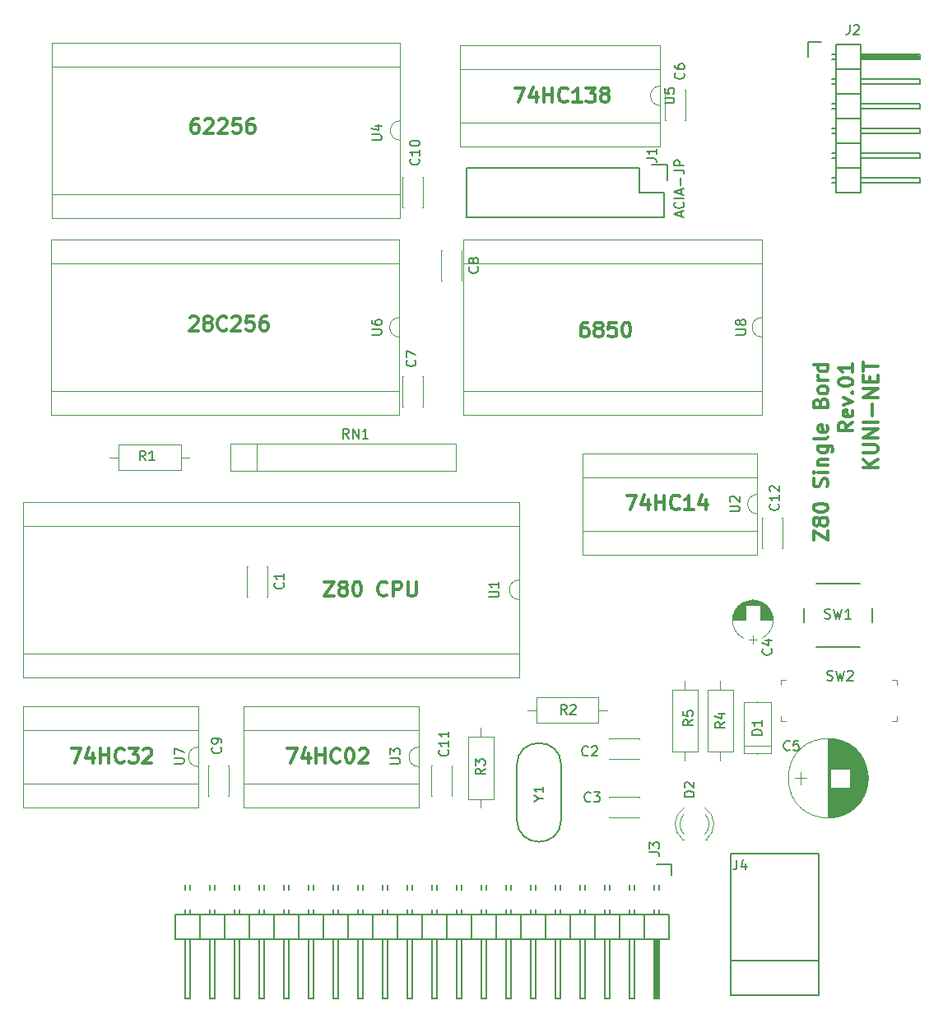
<source format=gto>
G04 #@! TF.FileFunction,Legend,Top*
%FSLAX46Y46*%
G04 Gerber Fmt 4.6, Leading zero omitted, Abs format (unit mm)*
G04 Created by KiCad (PCBNEW 4.0.7) date *
%MOMM*%
%LPD*%
G01*
G04 APERTURE LIST*
%ADD10C,0.100000*%
%ADD11C,0.300000*%
%ADD12C,0.150000*%
%ADD13C,0.120000*%
G04 APERTURE END LIST*
D10*
D11*
X114903573Y-53153571D02*
X114617859Y-53153571D01*
X114475002Y-53225000D01*
X114403573Y-53296429D01*
X114260716Y-53510714D01*
X114189287Y-53796429D01*
X114189287Y-54367857D01*
X114260716Y-54510714D01*
X114332144Y-54582143D01*
X114475002Y-54653571D01*
X114760716Y-54653571D01*
X114903573Y-54582143D01*
X114975002Y-54510714D01*
X115046430Y-54367857D01*
X115046430Y-54010714D01*
X114975002Y-53867857D01*
X114903573Y-53796429D01*
X114760716Y-53725000D01*
X114475002Y-53725000D01*
X114332144Y-53796429D01*
X114260716Y-53867857D01*
X114189287Y-54010714D01*
X115617858Y-53296429D02*
X115689287Y-53225000D01*
X115832144Y-53153571D01*
X116189287Y-53153571D01*
X116332144Y-53225000D01*
X116403573Y-53296429D01*
X116475001Y-53439286D01*
X116475001Y-53582143D01*
X116403573Y-53796429D01*
X115546430Y-54653571D01*
X116475001Y-54653571D01*
X117046429Y-53296429D02*
X117117858Y-53225000D01*
X117260715Y-53153571D01*
X117617858Y-53153571D01*
X117760715Y-53225000D01*
X117832144Y-53296429D01*
X117903572Y-53439286D01*
X117903572Y-53582143D01*
X117832144Y-53796429D01*
X116975001Y-54653571D01*
X117903572Y-54653571D01*
X119260715Y-53153571D02*
X118546429Y-53153571D01*
X118475000Y-53867857D01*
X118546429Y-53796429D01*
X118689286Y-53725000D01*
X119046429Y-53725000D01*
X119189286Y-53796429D01*
X119260715Y-53867857D01*
X119332143Y-54010714D01*
X119332143Y-54367857D01*
X119260715Y-54510714D01*
X119189286Y-54582143D01*
X119046429Y-54653571D01*
X118689286Y-54653571D01*
X118546429Y-54582143D01*
X118475000Y-54510714D01*
X120617857Y-53153571D02*
X120332143Y-53153571D01*
X120189286Y-53225000D01*
X120117857Y-53296429D01*
X119975000Y-53510714D01*
X119903571Y-53796429D01*
X119903571Y-54367857D01*
X119975000Y-54510714D01*
X120046428Y-54582143D01*
X120189286Y-54653571D01*
X120475000Y-54653571D01*
X120617857Y-54582143D01*
X120689286Y-54510714D01*
X120760714Y-54367857D01*
X120760714Y-54010714D01*
X120689286Y-53867857D01*
X120617857Y-53796429D01*
X120475000Y-53725000D01*
X120189286Y-53725000D01*
X120046428Y-53796429D01*
X119975000Y-53867857D01*
X119903571Y-54010714D01*
X147507144Y-49978571D02*
X148507144Y-49978571D01*
X147864287Y-51478571D01*
X149721429Y-50478571D02*
X149721429Y-51478571D01*
X149364286Y-49907143D02*
X149007143Y-50978571D01*
X149935715Y-50978571D01*
X150507143Y-51478571D02*
X150507143Y-49978571D01*
X150507143Y-50692857D02*
X151364286Y-50692857D01*
X151364286Y-51478571D02*
X151364286Y-49978571D01*
X152935715Y-51335714D02*
X152864286Y-51407143D01*
X152650000Y-51478571D01*
X152507143Y-51478571D01*
X152292858Y-51407143D01*
X152150000Y-51264286D01*
X152078572Y-51121429D01*
X152007143Y-50835714D01*
X152007143Y-50621429D01*
X152078572Y-50335714D01*
X152150000Y-50192857D01*
X152292858Y-50050000D01*
X152507143Y-49978571D01*
X152650000Y-49978571D01*
X152864286Y-50050000D01*
X152935715Y-50121429D01*
X154364286Y-51478571D02*
X153507143Y-51478571D01*
X153935715Y-51478571D02*
X153935715Y-49978571D01*
X153792858Y-50192857D01*
X153650000Y-50335714D01*
X153507143Y-50407143D01*
X154864286Y-49978571D02*
X155792857Y-49978571D01*
X155292857Y-50550000D01*
X155507143Y-50550000D01*
X155650000Y-50621429D01*
X155721429Y-50692857D01*
X155792857Y-50835714D01*
X155792857Y-51192857D01*
X155721429Y-51335714D01*
X155650000Y-51407143D01*
X155507143Y-51478571D01*
X155078571Y-51478571D01*
X154935714Y-51407143D01*
X154864286Y-51335714D01*
X156650000Y-50621429D02*
X156507142Y-50550000D01*
X156435714Y-50478571D01*
X156364285Y-50335714D01*
X156364285Y-50264286D01*
X156435714Y-50121429D01*
X156507142Y-50050000D01*
X156650000Y-49978571D01*
X156935714Y-49978571D01*
X157078571Y-50050000D01*
X157150000Y-50121429D01*
X157221428Y-50264286D01*
X157221428Y-50335714D01*
X157150000Y-50478571D01*
X157078571Y-50550000D01*
X156935714Y-50621429D01*
X156650000Y-50621429D01*
X156507142Y-50692857D01*
X156435714Y-50764286D01*
X156364285Y-50907143D01*
X156364285Y-51192857D01*
X156435714Y-51335714D01*
X156507142Y-51407143D01*
X156650000Y-51478571D01*
X156935714Y-51478571D01*
X157078571Y-51407143D01*
X157150000Y-51335714D01*
X157221428Y-51192857D01*
X157221428Y-50907143D01*
X157150000Y-50764286D01*
X157078571Y-50692857D01*
X156935714Y-50621429D01*
D12*
X164631667Y-63229762D02*
X164631667Y-62753571D01*
X164917381Y-63325000D02*
X163917381Y-62991667D01*
X164917381Y-62658333D01*
X164822143Y-61753571D02*
X164869762Y-61801190D01*
X164917381Y-61944047D01*
X164917381Y-62039285D01*
X164869762Y-62182143D01*
X164774524Y-62277381D01*
X164679286Y-62325000D01*
X164488810Y-62372619D01*
X164345952Y-62372619D01*
X164155476Y-62325000D01*
X164060238Y-62277381D01*
X163965000Y-62182143D01*
X163917381Y-62039285D01*
X163917381Y-61944047D01*
X163965000Y-61801190D01*
X164012619Y-61753571D01*
X164917381Y-61325000D02*
X163917381Y-61325000D01*
X164631667Y-60896429D02*
X164631667Y-60420238D01*
X164917381Y-60991667D02*
X163917381Y-60658334D01*
X164917381Y-60325000D01*
X164536429Y-59991667D02*
X164536429Y-59229762D01*
X163917381Y-58467857D02*
X164631667Y-58467857D01*
X164774524Y-58515477D01*
X164869762Y-58610715D01*
X164917381Y-58753572D01*
X164917381Y-58848810D01*
X164917381Y-57991667D02*
X163917381Y-57991667D01*
X163917381Y-57610714D01*
X163965000Y-57515476D01*
X164012619Y-57467857D01*
X164107857Y-57420238D01*
X164250714Y-57420238D01*
X164345952Y-57467857D01*
X164393571Y-57515476D01*
X164441190Y-57610714D01*
X164441190Y-57991667D01*
D11*
X124091430Y-117923571D02*
X125091430Y-117923571D01*
X124448573Y-119423571D01*
X126305715Y-118423571D02*
X126305715Y-119423571D01*
X125948572Y-117852143D02*
X125591429Y-118923571D01*
X126520001Y-118923571D01*
X127091429Y-119423571D02*
X127091429Y-117923571D01*
X127091429Y-118637857D02*
X127948572Y-118637857D01*
X127948572Y-119423571D02*
X127948572Y-117923571D01*
X129520001Y-119280714D02*
X129448572Y-119352143D01*
X129234286Y-119423571D01*
X129091429Y-119423571D01*
X128877144Y-119352143D01*
X128734286Y-119209286D01*
X128662858Y-119066429D01*
X128591429Y-118780714D01*
X128591429Y-118566429D01*
X128662858Y-118280714D01*
X128734286Y-118137857D01*
X128877144Y-117995000D01*
X129091429Y-117923571D01*
X129234286Y-117923571D01*
X129448572Y-117995000D01*
X129520001Y-118066429D01*
X130448572Y-117923571D02*
X130591429Y-117923571D01*
X130734286Y-117995000D01*
X130805715Y-118066429D01*
X130877144Y-118209286D01*
X130948572Y-118495000D01*
X130948572Y-118852143D01*
X130877144Y-119137857D01*
X130805715Y-119280714D01*
X130734286Y-119352143D01*
X130591429Y-119423571D01*
X130448572Y-119423571D01*
X130305715Y-119352143D01*
X130234286Y-119280714D01*
X130162858Y-119137857D01*
X130091429Y-118852143D01*
X130091429Y-118495000D01*
X130162858Y-118209286D01*
X130234286Y-118066429D01*
X130305715Y-117995000D01*
X130448572Y-117923571D01*
X131520000Y-118066429D02*
X131591429Y-117995000D01*
X131734286Y-117923571D01*
X132091429Y-117923571D01*
X132234286Y-117995000D01*
X132305715Y-118066429D01*
X132377143Y-118209286D01*
X132377143Y-118352143D01*
X132305715Y-118566429D01*
X131448572Y-119423571D01*
X132377143Y-119423571D01*
X101866430Y-117923571D02*
X102866430Y-117923571D01*
X102223573Y-119423571D01*
X104080715Y-118423571D02*
X104080715Y-119423571D01*
X103723572Y-117852143D02*
X103366429Y-118923571D01*
X104295001Y-118923571D01*
X104866429Y-119423571D02*
X104866429Y-117923571D01*
X104866429Y-118637857D02*
X105723572Y-118637857D01*
X105723572Y-119423571D02*
X105723572Y-117923571D01*
X107295001Y-119280714D02*
X107223572Y-119352143D01*
X107009286Y-119423571D01*
X106866429Y-119423571D01*
X106652144Y-119352143D01*
X106509286Y-119209286D01*
X106437858Y-119066429D01*
X106366429Y-118780714D01*
X106366429Y-118566429D01*
X106437858Y-118280714D01*
X106509286Y-118137857D01*
X106652144Y-117995000D01*
X106866429Y-117923571D01*
X107009286Y-117923571D01*
X107223572Y-117995000D01*
X107295001Y-118066429D01*
X107795001Y-117923571D02*
X108723572Y-117923571D01*
X108223572Y-118495000D01*
X108437858Y-118495000D01*
X108580715Y-118566429D01*
X108652144Y-118637857D01*
X108723572Y-118780714D01*
X108723572Y-119137857D01*
X108652144Y-119280714D01*
X108580715Y-119352143D01*
X108437858Y-119423571D01*
X108009286Y-119423571D01*
X107866429Y-119352143D01*
X107795001Y-119280714D01*
X109295000Y-118066429D02*
X109366429Y-117995000D01*
X109509286Y-117923571D01*
X109866429Y-117923571D01*
X110009286Y-117995000D01*
X110080715Y-118066429D01*
X110152143Y-118209286D01*
X110152143Y-118352143D01*
X110080715Y-118566429D01*
X109223572Y-119423571D01*
X110152143Y-119423571D01*
X159016430Y-91888571D02*
X160016430Y-91888571D01*
X159373573Y-93388571D01*
X161230715Y-92388571D02*
X161230715Y-93388571D01*
X160873572Y-91817143D02*
X160516429Y-92888571D01*
X161445001Y-92888571D01*
X162016429Y-93388571D02*
X162016429Y-91888571D01*
X162016429Y-92602857D02*
X162873572Y-92602857D01*
X162873572Y-93388571D02*
X162873572Y-91888571D01*
X164445001Y-93245714D02*
X164373572Y-93317143D01*
X164159286Y-93388571D01*
X164016429Y-93388571D01*
X163802144Y-93317143D01*
X163659286Y-93174286D01*
X163587858Y-93031429D01*
X163516429Y-92745714D01*
X163516429Y-92531429D01*
X163587858Y-92245714D01*
X163659286Y-92102857D01*
X163802144Y-91960000D01*
X164016429Y-91888571D01*
X164159286Y-91888571D01*
X164373572Y-91960000D01*
X164445001Y-92031429D01*
X165873572Y-93388571D02*
X165016429Y-93388571D01*
X165445001Y-93388571D02*
X165445001Y-91888571D01*
X165302144Y-92102857D01*
X165159286Y-92245714D01*
X165016429Y-92317143D01*
X167159286Y-92388571D02*
X167159286Y-93388571D01*
X166802143Y-91817143D02*
X166445000Y-92888571D01*
X167373572Y-92888571D01*
X127929287Y-100778571D02*
X128929287Y-100778571D01*
X127929287Y-102278571D01*
X128929287Y-102278571D01*
X129715001Y-101421429D02*
X129572143Y-101350000D01*
X129500715Y-101278571D01*
X129429286Y-101135714D01*
X129429286Y-101064286D01*
X129500715Y-100921429D01*
X129572143Y-100850000D01*
X129715001Y-100778571D01*
X130000715Y-100778571D01*
X130143572Y-100850000D01*
X130215001Y-100921429D01*
X130286429Y-101064286D01*
X130286429Y-101135714D01*
X130215001Y-101278571D01*
X130143572Y-101350000D01*
X130000715Y-101421429D01*
X129715001Y-101421429D01*
X129572143Y-101492857D01*
X129500715Y-101564286D01*
X129429286Y-101707143D01*
X129429286Y-101992857D01*
X129500715Y-102135714D01*
X129572143Y-102207143D01*
X129715001Y-102278571D01*
X130000715Y-102278571D01*
X130143572Y-102207143D01*
X130215001Y-102135714D01*
X130286429Y-101992857D01*
X130286429Y-101707143D01*
X130215001Y-101564286D01*
X130143572Y-101492857D01*
X130000715Y-101421429D01*
X131215000Y-100778571D02*
X131357857Y-100778571D01*
X131500714Y-100850000D01*
X131572143Y-100921429D01*
X131643572Y-101064286D01*
X131715000Y-101350000D01*
X131715000Y-101707143D01*
X131643572Y-101992857D01*
X131572143Y-102135714D01*
X131500714Y-102207143D01*
X131357857Y-102278571D01*
X131215000Y-102278571D01*
X131072143Y-102207143D01*
X131000714Y-102135714D01*
X130929286Y-101992857D01*
X130857857Y-101707143D01*
X130857857Y-101350000D01*
X130929286Y-101064286D01*
X131000714Y-100921429D01*
X131072143Y-100850000D01*
X131215000Y-100778571D01*
X134357857Y-102135714D02*
X134286428Y-102207143D01*
X134072142Y-102278571D01*
X133929285Y-102278571D01*
X133715000Y-102207143D01*
X133572142Y-102064286D01*
X133500714Y-101921429D01*
X133429285Y-101635714D01*
X133429285Y-101421429D01*
X133500714Y-101135714D01*
X133572142Y-100992857D01*
X133715000Y-100850000D01*
X133929285Y-100778571D01*
X134072142Y-100778571D01*
X134286428Y-100850000D01*
X134357857Y-100921429D01*
X135000714Y-102278571D02*
X135000714Y-100778571D01*
X135572142Y-100778571D01*
X135715000Y-100850000D01*
X135786428Y-100921429D01*
X135857857Y-101064286D01*
X135857857Y-101278571D01*
X135786428Y-101421429D01*
X135715000Y-101492857D01*
X135572142Y-101564286D01*
X135000714Y-101564286D01*
X136500714Y-100778571D02*
X136500714Y-101992857D01*
X136572142Y-102135714D01*
X136643571Y-102207143D01*
X136786428Y-102278571D01*
X137072142Y-102278571D01*
X137215000Y-102207143D01*
X137286428Y-102135714D01*
X137357857Y-101992857D01*
X137357857Y-100778571D01*
X114074287Y-73616429D02*
X114145716Y-73545000D01*
X114288573Y-73473571D01*
X114645716Y-73473571D01*
X114788573Y-73545000D01*
X114860002Y-73616429D01*
X114931430Y-73759286D01*
X114931430Y-73902143D01*
X114860002Y-74116429D01*
X114002859Y-74973571D01*
X114931430Y-74973571D01*
X115788573Y-74116429D02*
X115645715Y-74045000D01*
X115574287Y-73973571D01*
X115502858Y-73830714D01*
X115502858Y-73759286D01*
X115574287Y-73616429D01*
X115645715Y-73545000D01*
X115788573Y-73473571D01*
X116074287Y-73473571D01*
X116217144Y-73545000D01*
X116288573Y-73616429D01*
X116360001Y-73759286D01*
X116360001Y-73830714D01*
X116288573Y-73973571D01*
X116217144Y-74045000D01*
X116074287Y-74116429D01*
X115788573Y-74116429D01*
X115645715Y-74187857D01*
X115574287Y-74259286D01*
X115502858Y-74402143D01*
X115502858Y-74687857D01*
X115574287Y-74830714D01*
X115645715Y-74902143D01*
X115788573Y-74973571D01*
X116074287Y-74973571D01*
X116217144Y-74902143D01*
X116288573Y-74830714D01*
X116360001Y-74687857D01*
X116360001Y-74402143D01*
X116288573Y-74259286D01*
X116217144Y-74187857D01*
X116074287Y-74116429D01*
X117860001Y-74830714D02*
X117788572Y-74902143D01*
X117574286Y-74973571D01*
X117431429Y-74973571D01*
X117217144Y-74902143D01*
X117074286Y-74759286D01*
X117002858Y-74616429D01*
X116931429Y-74330714D01*
X116931429Y-74116429D01*
X117002858Y-73830714D01*
X117074286Y-73687857D01*
X117217144Y-73545000D01*
X117431429Y-73473571D01*
X117574286Y-73473571D01*
X117788572Y-73545000D01*
X117860001Y-73616429D01*
X118431429Y-73616429D02*
X118502858Y-73545000D01*
X118645715Y-73473571D01*
X119002858Y-73473571D01*
X119145715Y-73545000D01*
X119217144Y-73616429D01*
X119288572Y-73759286D01*
X119288572Y-73902143D01*
X119217144Y-74116429D01*
X118360001Y-74973571D01*
X119288572Y-74973571D01*
X120645715Y-73473571D02*
X119931429Y-73473571D01*
X119860000Y-74187857D01*
X119931429Y-74116429D01*
X120074286Y-74045000D01*
X120431429Y-74045000D01*
X120574286Y-74116429D01*
X120645715Y-74187857D01*
X120717143Y-74330714D01*
X120717143Y-74687857D01*
X120645715Y-74830714D01*
X120574286Y-74902143D01*
X120431429Y-74973571D01*
X120074286Y-74973571D01*
X119931429Y-74902143D01*
X119860000Y-74830714D01*
X122002857Y-73473571D02*
X121717143Y-73473571D01*
X121574286Y-73545000D01*
X121502857Y-73616429D01*
X121360000Y-73830714D01*
X121288571Y-74116429D01*
X121288571Y-74687857D01*
X121360000Y-74830714D01*
X121431428Y-74902143D01*
X121574286Y-74973571D01*
X121860000Y-74973571D01*
X122002857Y-74902143D01*
X122074286Y-74830714D01*
X122145714Y-74687857D01*
X122145714Y-74330714D01*
X122074286Y-74187857D01*
X122002857Y-74116429D01*
X121860000Y-74045000D01*
X121574286Y-74045000D01*
X121431428Y-74116429D01*
X121360000Y-74187857D01*
X121288571Y-74330714D01*
X154987858Y-74108571D02*
X154702144Y-74108571D01*
X154559287Y-74180000D01*
X154487858Y-74251429D01*
X154345001Y-74465714D01*
X154273572Y-74751429D01*
X154273572Y-75322857D01*
X154345001Y-75465714D01*
X154416429Y-75537143D01*
X154559287Y-75608571D01*
X154845001Y-75608571D01*
X154987858Y-75537143D01*
X155059287Y-75465714D01*
X155130715Y-75322857D01*
X155130715Y-74965714D01*
X155059287Y-74822857D01*
X154987858Y-74751429D01*
X154845001Y-74680000D01*
X154559287Y-74680000D01*
X154416429Y-74751429D01*
X154345001Y-74822857D01*
X154273572Y-74965714D01*
X155987858Y-74751429D02*
X155845000Y-74680000D01*
X155773572Y-74608571D01*
X155702143Y-74465714D01*
X155702143Y-74394286D01*
X155773572Y-74251429D01*
X155845000Y-74180000D01*
X155987858Y-74108571D01*
X156273572Y-74108571D01*
X156416429Y-74180000D01*
X156487858Y-74251429D01*
X156559286Y-74394286D01*
X156559286Y-74465714D01*
X156487858Y-74608571D01*
X156416429Y-74680000D01*
X156273572Y-74751429D01*
X155987858Y-74751429D01*
X155845000Y-74822857D01*
X155773572Y-74894286D01*
X155702143Y-75037143D01*
X155702143Y-75322857D01*
X155773572Y-75465714D01*
X155845000Y-75537143D01*
X155987858Y-75608571D01*
X156273572Y-75608571D01*
X156416429Y-75537143D01*
X156487858Y-75465714D01*
X156559286Y-75322857D01*
X156559286Y-75037143D01*
X156487858Y-74894286D01*
X156416429Y-74822857D01*
X156273572Y-74751429D01*
X157916429Y-74108571D02*
X157202143Y-74108571D01*
X157130714Y-74822857D01*
X157202143Y-74751429D01*
X157345000Y-74680000D01*
X157702143Y-74680000D01*
X157845000Y-74751429D01*
X157916429Y-74822857D01*
X157987857Y-74965714D01*
X157987857Y-75322857D01*
X157916429Y-75465714D01*
X157845000Y-75537143D01*
X157702143Y-75608571D01*
X157345000Y-75608571D01*
X157202143Y-75537143D01*
X157130714Y-75465714D01*
X158916428Y-74108571D02*
X159059285Y-74108571D01*
X159202142Y-74180000D01*
X159273571Y-74251429D01*
X159345000Y-74394286D01*
X159416428Y-74680000D01*
X159416428Y-75037143D01*
X159345000Y-75322857D01*
X159273571Y-75465714D01*
X159202142Y-75537143D01*
X159059285Y-75608571D01*
X158916428Y-75608571D01*
X158773571Y-75537143D01*
X158702142Y-75465714D01*
X158630714Y-75322857D01*
X158559285Y-75037143D01*
X158559285Y-74680000D01*
X158630714Y-74394286D01*
X158702142Y-74251429D01*
X158773571Y-74180000D01*
X158916428Y-74108571D01*
X178238571Y-96533569D02*
X178238571Y-95533569D01*
X179738571Y-96533569D01*
X179738571Y-95533569D01*
X178881429Y-94747855D02*
X178810000Y-94890713D01*
X178738571Y-94962141D01*
X178595714Y-95033570D01*
X178524286Y-95033570D01*
X178381429Y-94962141D01*
X178310000Y-94890713D01*
X178238571Y-94747855D01*
X178238571Y-94462141D01*
X178310000Y-94319284D01*
X178381429Y-94247855D01*
X178524286Y-94176427D01*
X178595714Y-94176427D01*
X178738571Y-94247855D01*
X178810000Y-94319284D01*
X178881429Y-94462141D01*
X178881429Y-94747855D01*
X178952857Y-94890713D01*
X179024286Y-94962141D01*
X179167143Y-95033570D01*
X179452857Y-95033570D01*
X179595714Y-94962141D01*
X179667143Y-94890713D01*
X179738571Y-94747855D01*
X179738571Y-94462141D01*
X179667143Y-94319284D01*
X179595714Y-94247855D01*
X179452857Y-94176427D01*
X179167143Y-94176427D01*
X179024286Y-94247855D01*
X178952857Y-94319284D01*
X178881429Y-94462141D01*
X178238571Y-93247856D02*
X178238571Y-93104999D01*
X178310000Y-92962142D01*
X178381429Y-92890713D01*
X178524286Y-92819284D01*
X178810000Y-92747856D01*
X179167143Y-92747856D01*
X179452857Y-92819284D01*
X179595714Y-92890713D01*
X179667143Y-92962142D01*
X179738571Y-93104999D01*
X179738571Y-93247856D01*
X179667143Y-93390713D01*
X179595714Y-93462142D01*
X179452857Y-93533570D01*
X179167143Y-93604999D01*
X178810000Y-93604999D01*
X178524286Y-93533570D01*
X178381429Y-93462142D01*
X178310000Y-93390713D01*
X178238571Y-93247856D01*
X179667143Y-91033571D02*
X179738571Y-90819285D01*
X179738571Y-90462142D01*
X179667143Y-90319285D01*
X179595714Y-90247856D01*
X179452857Y-90176428D01*
X179310000Y-90176428D01*
X179167143Y-90247856D01*
X179095714Y-90319285D01*
X179024286Y-90462142D01*
X178952857Y-90747856D01*
X178881429Y-90890714D01*
X178810000Y-90962142D01*
X178667143Y-91033571D01*
X178524286Y-91033571D01*
X178381429Y-90962142D01*
X178310000Y-90890714D01*
X178238571Y-90747856D01*
X178238571Y-90390714D01*
X178310000Y-90176428D01*
X179738571Y-89533571D02*
X178738571Y-89533571D01*
X178238571Y-89533571D02*
X178310000Y-89605000D01*
X178381429Y-89533571D01*
X178310000Y-89462143D01*
X178238571Y-89533571D01*
X178381429Y-89533571D01*
X178738571Y-88819285D02*
X179738571Y-88819285D01*
X178881429Y-88819285D02*
X178810000Y-88747857D01*
X178738571Y-88604999D01*
X178738571Y-88390714D01*
X178810000Y-88247857D01*
X178952857Y-88176428D01*
X179738571Y-88176428D01*
X178738571Y-86819285D02*
X179952857Y-86819285D01*
X180095714Y-86890714D01*
X180167143Y-86962142D01*
X180238571Y-87104999D01*
X180238571Y-87319285D01*
X180167143Y-87462142D01*
X179667143Y-86819285D02*
X179738571Y-86962142D01*
X179738571Y-87247856D01*
X179667143Y-87390714D01*
X179595714Y-87462142D01*
X179452857Y-87533571D01*
X179024286Y-87533571D01*
X178881429Y-87462142D01*
X178810000Y-87390714D01*
X178738571Y-87247856D01*
X178738571Y-86962142D01*
X178810000Y-86819285D01*
X179738571Y-85890713D02*
X179667143Y-86033571D01*
X179524286Y-86104999D01*
X178238571Y-86104999D01*
X179667143Y-84747857D02*
X179738571Y-84890714D01*
X179738571Y-85176428D01*
X179667143Y-85319285D01*
X179524286Y-85390714D01*
X178952857Y-85390714D01*
X178810000Y-85319285D01*
X178738571Y-85176428D01*
X178738571Y-84890714D01*
X178810000Y-84747857D01*
X178952857Y-84676428D01*
X179095714Y-84676428D01*
X179238571Y-85390714D01*
X178952857Y-82390714D02*
X179024286Y-82176428D01*
X179095714Y-82105000D01*
X179238571Y-82033571D01*
X179452857Y-82033571D01*
X179595714Y-82105000D01*
X179667143Y-82176428D01*
X179738571Y-82319286D01*
X179738571Y-82890714D01*
X178238571Y-82890714D01*
X178238571Y-82390714D01*
X178310000Y-82247857D01*
X178381429Y-82176428D01*
X178524286Y-82105000D01*
X178667143Y-82105000D01*
X178810000Y-82176428D01*
X178881429Y-82247857D01*
X178952857Y-82390714D01*
X178952857Y-82890714D01*
X179738571Y-81176428D02*
X179667143Y-81319286D01*
X179595714Y-81390714D01*
X179452857Y-81462143D01*
X179024286Y-81462143D01*
X178881429Y-81390714D01*
X178810000Y-81319286D01*
X178738571Y-81176428D01*
X178738571Y-80962143D01*
X178810000Y-80819286D01*
X178881429Y-80747857D01*
X179024286Y-80676428D01*
X179452857Y-80676428D01*
X179595714Y-80747857D01*
X179667143Y-80819286D01*
X179738571Y-80962143D01*
X179738571Y-81176428D01*
X179738571Y-80033571D02*
X178738571Y-80033571D01*
X179024286Y-80033571D02*
X178881429Y-79962143D01*
X178810000Y-79890714D01*
X178738571Y-79747857D01*
X178738571Y-79605000D01*
X179738571Y-78462143D02*
X178238571Y-78462143D01*
X179667143Y-78462143D02*
X179738571Y-78605000D01*
X179738571Y-78890714D01*
X179667143Y-79033572D01*
X179595714Y-79105000D01*
X179452857Y-79176429D01*
X179024286Y-79176429D01*
X178881429Y-79105000D01*
X178810000Y-79033572D01*
X178738571Y-78890714D01*
X178738571Y-78605000D01*
X178810000Y-78462143D01*
X182288571Y-84390713D02*
X181574286Y-84890713D01*
X182288571Y-85247856D02*
X180788571Y-85247856D01*
X180788571Y-84676428D01*
X180860000Y-84533570D01*
X180931429Y-84462142D01*
X181074286Y-84390713D01*
X181288571Y-84390713D01*
X181431429Y-84462142D01*
X181502857Y-84533570D01*
X181574286Y-84676428D01*
X181574286Y-85247856D01*
X182217143Y-83176428D02*
X182288571Y-83319285D01*
X182288571Y-83604999D01*
X182217143Y-83747856D01*
X182074286Y-83819285D01*
X181502857Y-83819285D01*
X181360000Y-83747856D01*
X181288571Y-83604999D01*
X181288571Y-83319285D01*
X181360000Y-83176428D01*
X181502857Y-83104999D01*
X181645714Y-83104999D01*
X181788571Y-83819285D01*
X181288571Y-82604999D02*
X182288571Y-82247856D01*
X181288571Y-81890714D01*
X182145714Y-81319285D02*
X182217143Y-81247857D01*
X182288571Y-81319285D01*
X182217143Y-81390714D01*
X182145714Y-81319285D01*
X182288571Y-81319285D01*
X180788571Y-80319285D02*
X180788571Y-80176428D01*
X180860000Y-80033571D01*
X180931429Y-79962142D01*
X181074286Y-79890713D01*
X181360000Y-79819285D01*
X181717143Y-79819285D01*
X182002857Y-79890713D01*
X182145714Y-79962142D01*
X182217143Y-80033571D01*
X182288571Y-80176428D01*
X182288571Y-80319285D01*
X182217143Y-80462142D01*
X182145714Y-80533571D01*
X182002857Y-80604999D01*
X181717143Y-80676428D01*
X181360000Y-80676428D01*
X181074286Y-80604999D01*
X180931429Y-80533571D01*
X180860000Y-80462142D01*
X180788571Y-80319285D01*
X182288571Y-78390714D02*
X182288571Y-79247857D01*
X182288571Y-78819285D02*
X180788571Y-78819285D01*
X181002857Y-78962142D01*
X181145714Y-79105000D01*
X181217143Y-79247857D01*
X184838571Y-89033573D02*
X183338571Y-89033573D01*
X184838571Y-88176430D02*
X183981429Y-88819287D01*
X183338571Y-88176430D02*
X184195714Y-89033573D01*
X183338571Y-87533573D02*
X184552857Y-87533573D01*
X184695714Y-87462145D01*
X184767143Y-87390716D01*
X184838571Y-87247859D01*
X184838571Y-86962145D01*
X184767143Y-86819287D01*
X184695714Y-86747859D01*
X184552857Y-86676430D01*
X183338571Y-86676430D01*
X184838571Y-85962144D02*
X183338571Y-85962144D01*
X184838571Y-85105001D01*
X183338571Y-85105001D01*
X184838571Y-84390715D02*
X183338571Y-84390715D01*
X184267143Y-83676429D02*
X184267143Y-82533572D01*
X184838571Y-81819286D02*
X183338571Y-81819286D01*
X184838571Y-80962143D01*
X183338571Y-80962143D01*
X184052857Y-80247857D02*
X184052857Y-79747857D01*
X184838571Y-79533571D02*
X184838571Y-80247857D01*
X183338571Y-80247857D01*
X183338571Y-79533571D01*
X183338571Y-79105000D02*
X183338571Y-78247857D01*
X184838571Y-78676428D02*
X183338571Y-78676428D01*
D13*
X122060000Y-99190000D02*
X122060000Y-102310000D01*
X119940000Y-99190000D02*
X119940000Y-102310000D01*
X122060000Y-99190000D02*
X121996000Y-99190000D01*
X120004000Y-99190000D02*
X119940000Y-99190000D01*
X122060000Y-102310000D02*
X121996000Y-102310000D01*
X120004000Y-102310000D02*
X119940000Y-102310000D01*
X157190000Y-116940000D02*
X160310000Y-116940000D01*
X157190000Y-119060000D02*
X160310000Y-119060000D01*
X157190000Y-116940000D02*
X157190000Y-117004000D01*
X157190000Y-118996000D02*
X157190000Y-119060000D01*
X160310000Y-116940000D02*
X160310000Y-117004000D01*
X160310000Y-118996000D02*
X160310000Y-119060000D01*
X157190000Y-122940000D02*
X160310000Y-122940000D01*
X157190000Y-125060000D02*
X160310000Y-125060000D01*
X157190000Y-122940000D02*
X157190000Y-123004000D01*
X157190000Y-124996000D02*
X157190000Y-125060000D01*
X160310000Y-122940000D02*
X160310000Y-123004000D01*
X160310000Y-124996000D02*
X160310000Y-125060000D01*
X171020830Y-102903564D02*
G75*
G03X171020000Y-106595996I979170J-1846436D01*
G01*
X172979170Y-102903564D02*
G75*
G02X172980000Y-106595996I-979170J-1846436D01*
G01*
X172979170Y-102903564D02*
G75*
G03X171020000Y-102904004I-979170J-1846436D01*
G01*
X172780000Y-104750000D02*
X174050000Y-104750000D01*
X169950000Y-104750000D02*
X171220000Y-104750000D01*
X169950000Y-104710000D02*
X171220000Y-104710000D01*
X172780000Y-104710000D02*
X174050000Y-104710000D01*
X169951000Y-104670000D02*
X171220000Y-104670000D01*
X172780000Y-104670000D02*
X174049000Y-104670000D01*
X169953000Y-104630000D02*
X171220000Y-104630000D01*
X172780000Y-104630000D02*
X174047000Y-104630000D01*
X169956000Y-104590000D02*
X171220000Y-104590000D01*
X172780000Y-104590000D02*
X174044000Y-104590000D01*
X169959000Y-104550000D02*
X171220000Y-104550000D01*
X172780000Y-104550000D02*
X174041000Y-104550000D01*
X169963000Y-104510000D02*
X171220000Y-104510000D01*
X172780000Y-104510000D02*
X174037000Y-104510000D01*
X169968000Y-104470000D02*
X171220000Y-104470000D01*
X172780000Y-104470000D02*
X174032000Y-104470000D01*
X169974000Y-104430000D02*
X171220000Y-104430000D01*
X172780000Y-104430000D02*
X174026000Y-104430000D01*
X169981000Y-104390000D02*
X171220000Y-104390000D01*
X172780000Y-104390000D02*
X174019000Y-104390000D01*
X169988000Y-104350000D02*
X171220000Y-104350000D01*
X172780000Y-104350000D02*
X174012000Y-104350000D01*
X169996000Y-104310000D02*
X171220000Y-104310000D01*
X172780000Y-104310000D02*
X174004000Y-104310000D01*
X170005000Y-104270000D02*
X171220000Y-104270000D01*
X172780000Y-104270000D02*
X173995000Y-104270000D01*
X170015000Y-104230000D02*
X171220000Y-104230000D01*
X172780000Y-104230000D02*
X173985000Y-104230000D01*
X170026000Y-104190000D02*
X171220000Y-104190000D01*
X172780000Y-104190000D02*
X173974000Y-104190000D01*
X170037000Y-104150000D02*
X171220000Y-104150000D01*
X172780000Y-104150000D02*
X173963000Y-104150000D01*
X170050000Y-104110000D02*
X171220000Y-104110000D01*
X172780000Y-104110000D02*
X173950000Y-104110000D01*
X170063000Y-104070000D02*
X171220000Y-104070000D01*
X172780000Y-104070000D02*
X173937000Y-104070000D01*
X170077000Y-104029000D02*
X171220000Y-104029000D01*
X172780000Y-104029000D02*
X173923000Y-104029000D01*
X170093000Y-103989000D02*
X171220000Y-103989000D01*
X172780000Y-103989000D02*
X173907000Y-103989000D01*
X170109000Y-103949000D02*
X171220000Y-103949000D01*
X172780000Y-103949000D02*
X173891000Y-103949000D01*
X170126000Y-103909000D02*
X171220000Y-103909000D01*
X172780000Y-103909000D02*
X173874000Y-103909000D01*
X170144000Y-103869000D02*
X171220000Y-103869000D01*
X172780000Y-103869000D02*
X173856000Y-103869000D01*
X170163000Y-103829000D02*
X171220000Y-103829000D01*
X172780000Y-103829000D02*
X173837000Y-103829000D01*
X170183000Y-103789000D02*
X171220000Y-103789000D01*
X172780000Y-103789000D02*
X173817000Y-103789000D01*
X170204000Y-103749000D02*
X171220000Y-103749000D01*
X172780000Y-103749000D02*
X173796000Y-103749000D01*
X170227000Y-103709000D02*
X171220000Y-103709000D01*
X172780000Y-103709000D02*
X173773000Y-103709000D01*
X170250000Y-103669000D02*
X171220000Y-103669000D01*
X172780000Y-103669000D02*
X173750000Y-103669000D01*
X170275000Y-103629000D02*
X171220000Y-103629000D01*
X172780000Y-103629000D02*
X173725000Y-103629000D01*
X170301000Y-103589000D02*
X171220000Y-103589000D01*
X172780000Y-103589000D02*
X173699000Y-103589000D01*
X170328000Y-103549000D02*
X171220000Y-103549000D01*
X172780000Y-103549000D02*
X173672000Y-103549000D01*
X170357000Y-103509000D02*
X171220000Y-103509000D01*
X172780000Y-103509000D02*
X173643000Y-103509000D01*
X170387000Y-103469000D02*
X171220000Y-103469000D01*
X172780000Y-103469000D02*
X173613000Y-103469000D01*
X170419000Y-103429000D02*
X171220000Y-103429000D01*
X172780000Y-103429000D02*
X173581000Y-103429000D01*
X170453000Y-103389000D02*
X171220000Y-103389000D01*
X172780000Y-103389000D02*
X173547000Y-103389000D01*
X170488000Y-103349000D02*
X171220000Y-103349000D01*
X172780000Y-103349000D02*
X173512000Y-103349000D01*
X170525000Y-103309000D02*
X171220000Y-103309000D01*
X172780000Y-103309000D02*
X173475000Y-103309000D01*
X170564000Y-103269000D02*
X171220000Y-103269000D01*
X172780000Y-103269000D02*
X173436000Y-103269000D01*
X170605000Y-103229000D02*
X171220000Y-103229000D01*
X172780000Y-103229000D02*
X173395000Y-103229000D01*
X170649000Y-103189000D02*
X173351000Y-103189000D01*
X170695000Y-103149000D02*
X173305000Y-103149000D01*
X170744000Y-103109000D02*
X173256000Y-103109000D01*
X170796000Y-103069000D02*
X173204000Y-103069000D01*
X170852000Y-103029000D02*
X173148000Y-103029000D01*
X170912000Y-102989000D02*
X173088000Y-102989000D01*
X170977000Y-102949000D02*
X173023000Y-102949000D01*
X171048000Y-102909000D02*
X172952000Y-102909000D01*
X171126000Y-102869000D02*
X172874000Y-102869000D01*
X171214000Y-102829000D02*
X172786000Y-102829000D01*
X171314000Y-102789000D02*
X172686000Y-102789000D01*
X171433000Y-102749000D02*
X172567000Y-102749000D01*
X171585000Y-102709000D02*
X172415000Y-102709000D01*
X171835000Y-102669000D02*
X172165000Y-102669000D01*
X172000000Y-107200000D02*
X172000000Y-106300000D01*
X171550000Y-106750000D02*
X172450000Y-106750000D01*
X183840000Y-121000000D02*
G75*
G03X183840000Y-121000000I-4090000J0D01*
G01*
X179750000Y-116950000D02*
X179750000Y-125050000D01*
X179790000Y-116950000D02*
X179790000Y-125050000D01*
X179830000Y-116950000D02*
X179830000Y-125050000D01*
X179870000Y-116951000D02*
X179870000Y-125049000D01*
X179910000Y-116953000D02*
X179910000Y-125047000D01*
X179950000Y-116954000D02*
X179950000Y-125046000D01*
X179990000Y-116957000D02*
X179990000Y-125043000D01*
X180030000Y-116959000D02*
X180030000Y-120020000D01*
X180030000Y-121980000D02*
X180030000Y-125041000D01*
X180070000Y-116962000D02*
X180070000Y-120020000D01*
X180070000Y-121980000D02*
X180070000Y-125038000D01*
X180110000Y-116965000D02*
X180110000Y-120020000D01*
X180110000Y-121980000D02*
X180110000Y-125035000D01*
X180150000Y-116969000D02*
X180150000Y-120020000D01*
X180150000Y-121980000D02*
X180150000Y-125031000D01*
X180190000Y-116973000D02*
X180190000Y-120020000D01*
X180190000Y-121980000D02*
X180190000Y-125027000D01*
X180230000Y-116978000D02*
X180230000Y-120020000D01*
X180230000Y-121980000D02*
X180230000Y-125022000D01*
X180270000Y-116983000D02*
X180270000Y-120020000D01*
X180270000Y-121980000D02*
X180270000Y-125017000D01*
X180310000Y-116988000D02*
X180310000Y-120020000D01*
X180310000Y-121980000D02*
X180310000Y-125012000D01*
X180350000Y-116994000D02*
X180350000Y-120020000D01*
X180350000Y-121980000D02*
X180350000Y-125006000D01*
X180390000Y-117000000D02*
X180390000Y-120020000D01*
X180390000Y-121980000D02*
X180390000Y-125000000D01*
X180430000Y-117006000D02*
X180430000Y-120020000D01*
X180430000Y-121980000D02*
X180430000Y-124994000D01*
X180471000Y-117013000D02*
X180471000Y-120020000D01*
X180471000Y-121980000D02*
X180471000Y-124987000D01*
X180511000Y-117021000D02*
X180511000Y-120020000D01*
X180511000Y-121980000D02*
X180511000Y-124979000D01*
X180551000Y-117029000D02*
X180551000Y-120020000D01*
X180551000Y-121980000D02*
X180551000Y-124971000D01*
X180591000Y-117037000D02*
X180591000Y-120020000D01*
X180591000Y-121980000D02*
X180591000Y-124963000D01*
X180631000Y-117045000D02*
X180631000Y-120020000D01*
X180631000Y-121980000D02*
X180631000Y-124955000D01*
X180671000Y-117054000D02*
X180671000Y-120020000D01*
X180671000Y-121980000D02*
X180671000Y-124946000D01*
X180711000Y-117064000D02*
X180711000Y-120020000D01*
X180711000Y-121980000D02*
X180711000Y-124936000D01*
X180751000Y-117074000D02*
X180751000Y-120020000D01*
X180751000Y-121980000D02*
X180751000Y-124926000D01*
X180791000Y-117084000D02*
X180791000Y-120020000D01*
X180791000Y-121980000D02*
X180791000Y-124916000D01*
X180831000Y-117095000D02*
X180831000Y-120020000D01*
X180831000Y-121980000D02*
X180831000Y-124905000D01*
X180871000Y-117106000D02*
X180871000Y-120020000D01*
X180871000Y-121980000D02*
X180871000Y-124894000D01*
X180911000Y-117117000D02*
X180911000Y-120020000D01*
X180911000Y-121980000D02*
X180911000Y-124883000D01*
X180951000Y-117130000D02*
X180951000Y-120020000D01*
X180951000Y-121980000D02*
X180951000Y-124870000D01*
X180991000Y-117142000D02*
X180991000Y-120020000D01*
X180991000Y-121980000D02*
X180991000Y-124858000D01*
X181031000Y-117155000D02*
X181031000Y-120020000D01*
X181031000Y-121980000D02*
X181031000Y-124845000D01*
X181071000Y-117168000D02*
X181071000Y-120020000D01*
X181071000Y-121980000D02*
X181071000Y-124832000D01*
X181111000Y-117182000D02*
X181111000Y-120020000D01*
X181111000Y-121980000D02*
X181111000Y-124818000D01*
X181151000Y-117197000D02*
X181151000Y-120020000D01*
X181151000Y-121980000D02*
X181151000Y-124803000D01*
X181191000Y-117211000D02*
X181191000Y-120020000D01*
X181191000Y-121980000D02*
X181191000Y-124789000D01*
X181231000Y-117227000D02*
X181231000Y-120020000D01*
X181231000Y-121980000D02*
X181231000Y-124773000D01*
X181271000Y-117242000D02*
X181271000Y-120020000D01*
X181271000Y-121980000D02*
X181271000Y-124758000D01*
X181311000Y-117259000D02*
X181311000Y-120020000D01*
X181311000Y-121980000D02*
X181311000Y-124741000D01*
X181351000Y-117275000D02*
X181351000Y-120020000D01*
X181351000Y-121980000D02*
X181351000Y-124725000D01*
X181391000Y-117293000D02*
X181391000Y-120020000D01*
X181391000Y-121980000D02*
X181391000Y-124707000D01*
X181431000Y-117310000D02*
X181431000Y-120020000D01*
X181431000Y-121980000D02*
X181431000Y-124690000D01*
X181471000Y-117329000D02*
X181471000Y-120020000D01*
X181471000Y-121980000D02*
X181471000Y-124671000D01*
X181511000Y-117348000D02*
X181511000Y-120020000D01*
X181511000Y-121980000D02*
X181511000Y-124652000D01*
X181551000Y-117367000D02*
X181551000Y-120020000D01*
X181551000Y-121980000D02*
X181551000Y-124633000D01*
X181591000Y-117387000D02*
X181591000Y-120020000D01*
X181591000Y-121980000D02*
X181591000Y-124613000D01*
X181631000Y-117407000D02*
X181631000Y-120020000D01*
X181631000Y-121980000D02*
X181631000Y-124593000D01*
X181671000Y-117428000D02*
X181671000Y-120020000D01*
X181671000Y-121980000D02*
X181671000Y-124572000D01*
X181711000Y-117450000D02*
X181711000Y-120020000D01*
X181711000Y-121980000D02*
X181711000Y-124550000D01*
X181751000Y-117472000D02*
X181751000Y-120020000D01*
X181751000Y-121980000D02*
X181751000Y-124528000D01*
X181791000Y-117495000D02*
X181791000Y-120020000D01*
X181791000Y-121980000D02*
X181791000Y-124505000D01*
X181831000Y-117518000D02*
X181831000Y-120020000D01*
X181831000Y-121980000D02*
X181831000Y-124482000D01*
X181871000Y-117542000D02*
X181871000Y-120020000D01*
X181871000Y-121980000D02*
X181871000Y-124458000D01*
X181911000Y-117566000D02*
X181911000Y-120020000D01*
X181911000Y-121980000D02*
X181911000Y-124434000D01*
X181951000Y-117592000D02*
X181951000Y-120020000D01*
X181951000Y-121980000D02*
X181951000Y-124408000D01*
X181991000Y-117617000D02*
X181991000Y-124383000D01*
X182031000Y-117644000D02*
X182031000Y-124356000D01*
X182071000Y-117671000D02*
X182071000Y-124329000D01*
X182111000Y-117699000D02*
X182111000Y-124301000D01*
X182151000Y-117728000D02*
X182151000Y-124272000D01*
X182191000Y-117757000D02*
X182191000Y-124243000D01*
X182231000Y-117787000D02*
X182231000Y-124213000D01*
X182271000Y-117818000D02*
X182271000Y-124182000D01*
X182311000Y-117850000D02*
X182311000Y-124150000D01*
X182351000Y-117882000D02*
X182351000Y-124118000D01*
X182391000Y-117916000D02*
X182391000Y-124084000D01*
X182431000Y-117950000D02*
X182431000Y-124050000D01*
X182471000Y-117985000D02*
X182471000Y-124015000D01*
X182511000Y-118021000D02*
X182511000Y-123979000D01*
X182551000Y-118058000D02*
X182551000Y-123942000D01*
X182591000Y-118096000D02*
X182591000Y-123904000D01*
X182631000Y-118135000D02*
X182631000Y-123865000D01*
X182671000Y-118176000D02*
X182671000Y-123824000D01*
X182711000Y-118217000D02*
X182711000Y-123783000D01*
X182751000Y-118260000D02*
X182751000Y-123740000D01*
X182791000Y-118303000D02*
X182791000Y-123697000D01*
X182831000Y-118348000D02*
X182831000Y-123652000D01*
X182871000Y-118395000D02*
X182871000Y-123605000D01*
X182911000Y-118443000D02*
X182911000Y-123557000D01*
X182951000Y-118492000D02*
X182951000Y-123508000D01*
X182991000Y-118543000D02*
X182991000Y-123457000D01*
X183031000Y-118596000D02*
X183031000Y-123404000D01*
X183071000Y-118651000D02*
X183071000Y-123349000D01*
X183111000Y-118707000D02*
X183111000Y-123293000D01*
X183151000Y-118766000D02*
X183151000Y-123234000D01*
X183191000Y-118827000D02*
X183191000Y-123173000D01*
X183231000Y-118891000D02*
X183231000Y-123109000D01*
X183271000Y-118957000D02*
X183271000Y-123043000D01*
X183311000Y-119026000D02*
X183311000Y-122974000D01*
X183351000Y-119098000D02*
X183351000Y-122902000D01*
X183391000Y-119174000D02*
X183391000Y-122826000D01*
X183431000Y-119255000D02*
X183431000Y-122745000D01*
X183471000Y-119340000D02*
X183471000Y-122660000D01*
X183511000Y-119430000D02*
X183511000Y-122570000D01*
X183551000Y-119527000D02*
X183551000Y-122473000D01*
X183591000Y-119631000D02*
X183591000Y-122369000D01*
X183631000Y-119746000D02*
X183631000Y-122254000D01*
X183671000Y-119873000D02*
X183671000Y-122127000D01*
X183711000Y-120017000D02*
X183711000Y-121983000D01*
X183751000Y-120186000D02*
X183751000Y-121814000D01*
X183791000Y-120402000D02*
X183791000Y-121598000D01*
X183831000Y-120754000D02*
X183831000Y-121246000D01*
X176300000Y-121000000D02*
X177500000Y-121000000D01*
X176900000Y-120350000D02*
X176900000Y-121650000D01*
X162940000Y-53310000D02*
X162940000Y-50190000D01*
X165060000Y-53310000D02*
X165060000Y-50190000D01*
X162940000Y-53310000D02*
X163004000Y-53310000D01*
X164996000Y-53310000D02*
X165060000Y-53310000D01*
X162940000Y-50190000D02*
X163004000Y-50190000D01*
X164996000Y-50190000D02*
X165060000Y-50190000D01*
X135940000Y-82810000D02*
X135940000Y-79690000D01*
X138060000Y-82810000D02*
X138060000Y-79690000D01*
X135940000Y-82810000D02*
X136004000Y-82810000D01*
X137996000Y-82810000D02*
X138060000Y-82810000D01*
X135940000Y-79690000D02*
X136004000Y-79690000D01*
X137996000Y-79690000D02*
X138060000Y-79690000D01*
X142060000Y-66690000D02*
X142060000Y-69810000D01*
X139940000Y-66690000D02*
X139940000Y-69810000D01*
X142060000Y-66690000D02*
X141996000Y-66690000D01*
X140004000Y-66690000D02*
X139940000Y-66690000D01*
X142060000Y-69810000D02*
X141996000Y-69810000D01*
X140004000Y-69810000D02*
X139940000Y-69810000D01*
X115940000Y-122810000D02*
X115940000Y-119690000D01*
X118060000Y-122810000D02*
X118060000Y-119690000D01*
X115940000Y-122810000D02*
X116004000Y-122810000D01*
X117996000Y-122810000D02*
X118060000Y-122810000D01*
X115940000Y-119690000D02*
X116004000Y-119690000D01*
X117996000Y-119690000D02*
X118060000Y-119690000D01*
X135940000Y-62310000D02*
X135940000Y-59190000D01*
X138060000Y-62310000D02*
X138060000Y-59190000D01*
X135940000Y-62310000D02*
X136004000Y-62310000D01*
X137996000Y-62310000D02*
X138060000Y-62310000D01*
X135940000Y-59190000D02*
X136004000Y-59190000D01*
X137996000Y-59190000D02*
X138060000Y-59190000D01*
X138940000Y-122810000D02*
X138940000Y-119690000D01*
X141060000Y-122810000D02*
X141060000Y-119690000D01*
X138940000Y-122810000D02*
X139004000Y-122810000D01*
X140996000Y-122810000D02*
X141060000Y-122810000D01*
X138940000Y-119690000D02*
X139004000Y-119690000D01*
X140996000Y-119690000D02*
X141060000Y-119690000D01*
X172940000Y-97310000D02*
X172940000Y-94190000D01*
X175060000Y-97310000D02*
X175060000Y-94190000D01*
X172940000Y-97310000D02*
X173004000Y-97310000D01*
X174996000Y-97310000D02*
X175060000Y-97310000D01*
X172940000Y-94190000D02*
X173004000Y-94190000D01*
X174996000Y-94190000D02*
X175060000Y-94190000D01*
X171056000Y-118470000D02*
X173876000Y-118470000D01*
X173876000Y-118470000D02*
X173876000Y-113150000D01*
X173876000Y-113150000D02*
X171056000Y-113150000D01*
X171056000Y-113150000D02*
X171056000Y-118470000D01*
X172466000Y-118540000D02*
X172466000Y-118470000D01*
X172466000Y-113080000D02*
X172466000Y-113150000D01*
X171056000Y-117630000D02*
X173876000Y-117630000D01*
X164921392Y-124057665D02*
G75*
G03X164764484Y-127290000I1078608J-1672335D01*
G01*
X167078608Y-124057665D02*
G75*
G02X167235516Y-127290000I-1078608J-1672335D01*
G01*
X164920163Y-124688870D02*
G75*
G03X164920000Y-126770961I1079837J-1041130D01*
G01*
X167079837Y-124688870D02*
G75*
G02X167080000Y-126770961I-1079837J-1041130D01*
G01*
X164764000Y-127290000D02*
X164920000Y-127290000D01*
X167080000Y-127290000D02*
X167236000Y-127290000D01*
D12*
X142570000Y-63270000D02*
X162890000Y-63270000D01*
X160350000Y-58190000D02*
X142570000Y-58190000D01*
X142570000Y-63270000D02*
X142570000Y-58190000D01*
X162890000Y-63270000D02*
X162890000Y-60730000D01*
X163170000Y-59460000D02*
X163170000Y-57910000D01*
X162890000Y-60730000D02*
X160350000Y-60730000D01*
X160350000Y-60730000D02*
X160350000Y-58190000D01*
X163170000Y-57910000D02*
X161620000Y-57910000D01*
X177700000Y-45290000D02*
X177700000Y-46840000D01*
X179000000Y-45290000D02*
X177700000Y-45290000D01*
X183191000Y-46713000D02*
X189033000Y-46713000D01*
X189033000Y-46713000D02*
X189033000Y-46967000D01*
X189033000Y-46967000D02*
X183191000Y-46967000D01*
X183191000Y-46967000D02*
X183191000Y-46840000D01*
X183191000Y-46840000D02*
X189033000Y-46840000D01*
X180524000Y-46586000D02*
X180143000Y-46586000D01*
X180524000Y-47094000D02*
X180143000Y-47094000D01*
X180524000Y-49126000D02*
X180143000Y-49126000D01*
X180524000Y-49634000D02*
X180143000Y-49634000D01*
X180524000Y-51666000D02*
X180143000Y-51666000D01*
X180524000Y-52174000D02*
X180143000Y-52174000D01*
X180524000Y-59794000D02*
X180143000Y-59794000D01*
X180524000Y-59286000D02*
X180143000Y-59286000D01*
X180524000Y-57254000D02*
X180143000Y-57254000D01*
X180524000Y-56746000D02*
X180143000Y-56746000D01*
X180524000Y-54714000D02*
X180143000Y-54714000D01*
X180524000Y-54206000D02*
X180143000Y-54206000D01*
X180524000Y-45570000D02*
X183064000Y-45570000D01*
X180524000Y-48110000D02*
X183064000Y-48110000D01*
X180524000Y-48110000D02*
X180524000Y-50650000D01*
X180524000Y-50650000D02*
X183064000Y-50650000D01*
X183064000Y-49126000D02*
X189160000Y-49126000D01*
X189160000Y-49126000D02*
X189160000Y-49634000D01*
X189160000Y-49634000D02*
X183064000Y-49634000D01*
X183064000Y-50650000D02*
X183064000Y-48110000D01*
X183064000Y-48110000D02*
X183064000Y-45570000D01*
X189160000Y-47094000D02*
X183064000Y-47094000D01*
X189160000Y-46586000D02*
X189160000Y-47094000D01*
X183064000Y-46586000D02*
X189160000Y-46586000D01*
X180524000Y-48110000D02*
X183064000Y-48110000D01*
X180524000Y-45570000D02*
X180524000Y-48110000D01*
X180524000Y-55730000D02*
X183064000Y-55730000D01*
X180524000Y-55730000D02*
X180524000Y-58270000D01*
X180524000Y-58270000D02*
X183064000Y-58270000D01*
X183064000Y-56746000D02*
X189160000Y-56746000D01*
X189160000Y-56746000D02*
X189160000Y-57254000D01*
X189160000Y-57254000D02*
X183064000Y-57254000D01*
X183064000Y-58270000D02*
X183064000Y-55730000D01*
X183064000Y-60810000D02*
X183064000Y-58270000D01*
X189160000Y-59794000D02*
X183064000Y-59794000D01*
X189160000Y-59286000D02*
X189160000Y-59794000D01*
X183064000Y-59286000D02*
X189160000Y-59286000D01*
X180524000Y-60810000D02*
X183064000Y-60810000D01*
X180524000Y-58270000D02*
X180524000Y-60810000D01*
X180524000Y-58270000D02*
X183064000Y-58270000D01*
X180524000Y-53190000D02*
X183064000Y-53190000D01*
X180524000Y-53190000D02*
X180524000Y-55730000D01*
X180524000Y-55730000D02*
X183064000Y-55730000D01*
X183064000Y-54206000D02*
X189160000Y-54206000D01*
X189160000Y-54206000D02*
X189160000Y-54714000D01*
X189160000Y-54714000D02*
X183064000Y-54714000D01*
X183064000Y-55730000D02*
X183064000Y-53190000D01*
X183064000Y-53190000D02*
X183064000Y-50650000D01*
X189160000Y-52174000D02*
X183064000Y-52174000D01*
X189160000Y-51666000D02*
X189160000Y-52174000D01*
X183064000Y-51666000D02*
X189160000Y-51666000D01*
X180524000Y-53190000D02*
X183064000Y-53190000D01*
X180524000Y-50650000D02*
X180524000Y-53190000D01*
X180524000Y-50650000D02*
X183064000Y-50650000D01*
X152174000Y-132524000D02*
X152174000Y-132016000D01*
X151666000Y-132524000D02*
X151666000Y-132016000D01*
X149634000Y-132524000D02*
X149634000Y-132016000D01*
X149126000Y-132524000D02*
X149126000Y-132016000D01*
X154206000Y-132524000D02*
X154206000Y-132016000D01*
X154714000Y-132524000D02*
X154714000Y-132016000D01*
X156746000Y-132524000D02*
X156746000Y-132016000D01*
X157254000Y-132524000D02*
X157254000Y-132016000D01*
X159286000Y-132524000D02*
X159286000Y-132016000D01*
X159794000Y-132524000D02*
X159794000Y-132016000D01*
X161826000Y-132524000D02*
X161826000Y-132016000D01*
X162334000Y-132524000D02*
X162334000Y-132016000D01*
X121694000Y-132524000D02*
X121694000Y-132016000D01*
X121186000Y-132524000D02*
X121186000Y-132016000D01*
X119154000Y-132524000D02*
X119154000Y-132016000D01*
X118646000Y-132524000D02*
X118646000Y-132016000D01*
X123726000Y-132524000D02*
X123726000Y-132016000D01*
X124234000Y-132524000D02*
X124234000Y-132016000D01*
X126266000Y-132524000D02*
X126266000Y-132016000D01*
X126774000Y-132524000D02*
X126774000Y-132016000D01*
X116614000Y-132524000D02*
X116614000Y-132016000D01*
X116106000Y-132524000D02*
X116106000Y-132016000D01*
X114074000Y-132524000D02*
X114074000Y-132016000D01*
X113566000Y-132524000D02*
X113566000Y-132016000D01*
X131854000Y-132524000D02*
X131854000Y-132016000D01*
X131346000Y-132524000D02*
X131346000Y-132016000D01*
X129314000Y-132524000D02*
X129314000Y-132016000D01*
X128806000Y-132524000D02*
X128806000Y-132016000D01*
X133886000Y-132524000D02*
X133886000Y-132016000D01*
X134394000Y-132524000D02*
X134394000Y-132016000D01*
X136426000Y-132524000D02*
X136426000Y-132016000D01*
X136934000Y-132524000D02*
X136934000Y-132016000D01*
X147094000Y-132524000D02*
X147094000Y-132016000D01*
X146586000Y-132524000D02*
X146586000Y-132016000D01*
X144554000Y-132524000D02*
X144554000Y-132016000D01*
X144046000Y-132524000D02*
X144046000Y-132016000D01*
X138966000Y-132524000D02*
X138966000Y-132016000D01*
X139474000Y-132524000D02*
X139474000Y-132016000D01*
X141506000Y-132524000D02*
X141506000Y-132016000D01*
X142014000Y-132524000D02*
X142014000Y-132016000D01*
X116614000Y-135064000D02*
X116614000Y-134556000D01*
X116106000Y-135064000D02*
X116106000Y-134556000D01*
X114074000Y-135064000D02*
X114074000Y-134556000D01*
X113566000Y-135064000D02*
X113566000Y-134556000D01*
X118646000Y-135064000D02*
X118646000Y-134556000D01*
X119154000Y-135064000D02*
X119154000Y-134556000D01*
X121186000Y-135064000D02*
X121186000Y-134556000D01*
X121694000Y-135064000D02*
X121694000Y-134556000D01*
X136934000Y-135064000D02*
X136934000Y-134556000D01*
X136426000Y-135064000D02*
X136426000Y-134556000D01*
X134394000Y-135064000D02*
X134394000Y-134556000D01*
X133886000Y-135064000D02*
X133886000Y-134556000D01*
X138966000Y-135064000D02*
X138966000Y-134556000D01*
X139474000Y-135064000D02*
X139474000Y-134556000D01*
X141506000Y-135064000D02*
X141506000Y-134556000D01*
X142014000Y-135064000D02*
X142014000Y-134556000D01*
X131854000Y-135064000D02*
X131854000Y-134556000D01*
X131346000Y-135064000D02*
X131346000Y-134556000D01*
X129314000Y-135064000D02*
X129314000Y-134556000D01*
X128806000Y-135064000D02*
X128806000Y-134556000D01*
X123726000Y-135064000D02*
X123726000Y-134556000D01*
X124234000Y-135064000D02*
X124234000Y-134556000D01*
X126266000Y-135064000D02*
X126266000Y-134556000D01*
X126774000Y-135064000D02*
X126774000Y-134556000D01*
X147094000Y-135064000D02*
X147094000Y-134556000D01*
X146586000Y-135064000D02*
X146586000Y-134556000D01*
X144554000Y-135064000D02*
X144554000Y-134556000D01*
X144046000Y-135064000D02*
X144046000Y-134556000D01*
X149126000Y-135064000D02*
X149126000Y-134556000D01*
X149634000Y-135064000D02*
X149634000Y-134556000D01*
X151666000Y-135064000D02*
X151666000Y-134556000D01*
X152174000Y-135064000D02*
X152174000Y-134556000D01*
X162334000Y-135064000D02*
X162334000Y-134556000D01*
X161826000Y-135064000D02*
X161826000Y-134556000D01*
X159794000Y-135064000D02*
X159794000Y-134556000D01*
X159286000Y-135064000D02*
X159286000Y-134556000D01*
X154206000Y-135064000D02*
X154206000Y-134556000D01*
X154714000Y-135064000D02*
X154714000Y-134556000D01*
X156746000Y-135064000D02*
X156746000Y-134556000D01*
X157254000Y-135064000D02*
X157254000Y-134556000D01*
X163630000Y-131000000D02*
X163630000Y-129850000D01*
X163630000Y-129850000D02*
X162080000Y-129850000D01*
X162207000Y-137604000D02*
X162207000Y-143573000D01*
X162207000Y-143573000D02*
X161953000Y-143573000D01*
X161953000Y-143573000D02*
X161953000Y-137731000D01*
X161953000Y-137731000D02*
X162080000Y-137731000D01*
X162080000Y-137731000D02*
X162080000Y-143573000D01*
X122710000Y-135064000D02*
X122710000Y-137604000D01*
X122710000Y-135064000D02*
X120170000Y-135064000D01*
X120170000Y-135064000D02*
X120170000Y-137604000D01*
X121694000Y-137604000D02*
X121694000Y-143700000D01*
X121694000Y-143700000D02*
X121186000Y-143700000D01*
X121186000Y-143700000D02*
X121186000Y-137604000D01*
X120170000Y-137604000D02*
X122710000Y-137604000D01*
X117630000Y-137604000D02*
X120170000Y-137604000D01*
X118646000Y-143700000D02*
X118646000Y-137604000D01*
X119154000Y-143700000D02*
X118646000Y-143700000D01*
X119154000Y-137604000D02*
X119154000Y-143700000D01*
X117630000Y-135064000D02*
X117630000Y-137604000D01*
X120170000Y-135064000D02*
X117630000Y-135064000D01*
X120170000Y-135064000D02*
X120170000Y-137604000D01*
X115090000Y-135064000D02*
X115090000Y-137604000D01*
X115090000Y-135064000D02*
X112550000Y-135064000D01*
X114074000Y-137604000D02*
X114074000Y-143700000D01*
X114074000Y-143700000D02*
X113566000Y-143700000D01*
X113566000Y-143700000D02*
X113566000Y-137604000D01*
X112550000Y-137604000D02*
X115090000Y-137604000D01*
X115090000Y-137604000D02*
X117630000Y-137604000D01*
X116106000Y-143700000D02*
X116106000Y-137604000D01*
X116614000Y-143700000D02*
X116106000Y-143700000D01*
X116614000Y-137604000D02*
X116614000Y-143700000D01*
X115090000Y-135064000D02*
X115090000Y-137604000D01*
X117630000Y-135064000D02*
X115090000Y-135064000D01*
X117630000Y-135064000D02*
X117630000Y-137604000D01*
X112550000Y-135064000D02*
X112550000Y-137604000D01*
X143030000Y-135064000D02*
X143030000Y-137604000D01*
X143030000Y-135064000D02*
X140490000Y-135064000D01*
X140490000Y-135064000D02*
X140490000Y-137604000D01*
X142014000Y-137604000D02*
X142014000Y-143700000D01*
X142014000Y-143700000D02*
X141506000Y-143700000D01*
X141506000Y-143700000D02*
X141506000Y-137604000D01*
X140490000Y-137604000D02*
X143030000Y-137604000D01*
X137950000Y-137604000D02*
X140490000Y-137604000D01*
X138966000Y-143700000D02*
X138966000Y-137604000D01*
X139474000Y-143700000D02*
X138966000Y-143700000D01*
X139474000Y-137604000D02*
X139474000Y-143700000D01*
X137950000Y-135064000D02*
X137950000Y-137604000D01*
X140490000Y-135064000D02*
X137950000Y-135064000D01*
X140490000Y-135064000D02*
X140490000Y-137604000D01*
X135410000Y-135064000D02*
X135410000Y-137604000D01*
X135410000Y-135064000D02*
X132870000Y-135064000D01*
X132870000Y-135064000D02*
X132870000Y-137604000D01*
X134394000Y-137604000D02*
X134394000Y-143700000D01*
X134394000Y-143700000D02*
X133886000Y-143700000D01*
X133886000Y-143700000D02*
X133886000Y-137604000D01*
X132870000Y-137604000D02*
X135410000Y-137604000D01*
X135410000Y-137604000D02*
X137950000Y-137604000D01*
X136426000Y-143700000D02*
X136426000Y-137604000D01*
X136934000Y-143700000D02*
X136426000Y-143700000D01*
X136934000Y-137604000D02*
X136934000Y-143700000D01*
X135410000Y-135064000D02*
X135410000Y-137604000D01*
X137950000Y-135064000D02*
X135410000Y-135064000D01*
X137950000Y-135064000D02*
X137950000Y-137604000D01*
X127790000Y-135064000D02*
X127790000Y-137604000D01*
X127790000Y-135064000D02*
X125250000Y-135064000D01*
X125250000Y-135064000D02*
X125250000Y-137604000D01*
X126774000Y-137604000D02*
X126774000Y-143700000D01*
X126774000Y-143700000D02*
X126266000Y-143700000D01*
X126266000Y-143700000D02*
X126266000Y-137604000D01*
X125250000Y-137604000D02*
X127790000Y-137604000D01*
X122710000Y-137604000D02*
X125250000Y-137604000D01*
X123726000Y-143700000D02*
X123726000Y-137604000D01*
X124234000Y-143700000D02*
X123726000Y-143700000D01*
X124234000Y-137604000D02*
X124234000Y-143700000D01*
X122710000Y-135064000D02*
X122710000Y-137604000D01*
X125250000Y-135064000D02*
X122710000Y-135064000D01*
X125250000Y-135064000D02*
X125250000Y-137604000D01*
X130330000Y-135064000D02*
X130330000Y-137604000D01*
X130330000Y-135064000D02*
X127790000Y-135064000D01*
X127790000Y-135064000D02*
X127790000Y-137604000D01*
X129314000Y-137604000D02*
X129314000Y-143700000D01*
X129314000Y-143700000D02*
X128806000Y-143700000D01*
X128806000Y-143700000D02*
X128806000Y-137604000D01*
X127790000Y-137604000D02*
X130330000Y-137604000D01*
X130330000Y-137604000D02*
X132870000Y-137604000D01*
X131346000Y-143700000D02*
X131346000Y-137604000D01*
X131854000Y-143700000D02*
X131346000Y-143700000D01*
X131854000Y-137604000D02*
X131854000Y-143700000D01*
X130330000Y-135064000D02*
X130330000Y-137604000D01*
X132870000Y-135064000D02*
X130330000Y-135064000D01*
X132870000Y-135064000D02*
X132870000Y-137604000D01*
X153190000Y-135064000D02*
X153190000Y-137604000D01*
X153190000Y-135064000D02*
X150650000Y-135064000D01*
X150650000Y-135064000D02*
X150650000Y-137604000D01*
X152174000Y-137604000D02*
X152174000Y-143700000D01*
X152174000Y-143700000D02*
X151666000Y-143700000D01*
X151666000Y-143700000D02*
X151666000Y-137604000D01*
X150650000Y-137604000D02*
X153190000Y-137604000D01*
X148110000Y-137604000D02*
X150650000Y-137604000D01*
X149126000Y-143700000D02*
X149126000Y-137604000D01*
X149634000Y-143700000D02*
X149126000Y-143700000D01*
X149634000Y-137604000D02*
X149634000Y-143700000D01*
X148110000Y-135064000D02*
X148110000Y-137604000D01*
X150650000Y-135064000D02*
X148110000Y-135064000D01*
X150650000Y-135064000D02*
X150650000Y-137604000D01*
X145570000Y-135064000D02*
X145570000Y-137604000D01*
X145570000Y-135064000D02*
X143030000Y-135064000D01*
X143030000Y-135064000D02*
X143030000Y-137604000D01*
X144554000Y-137604000D02*
X144554000Y-143700000D01*
X144554000Y-143700000D02*
X144046000Y-143700000D01*
X144046000Y-143700000D02*
X144046000Y-137604000D01*
X143030000Y-137604000D02*
X145570000Y-137604000D01*
X145570000Y-137604000D02*
X148110000Y-137604000D01*
X146586000Y-143700000D02*
X146586000Y-137604000D01*
X147094000Y-143700000D02*
X146586000Y-143700000D01*
X147094000Y-137604000D02*
X147094000Y-143700000D01*
X145570000Y-135064000D02*
X145570000Y-137604000D01*
X148110000Y-135064000D02*
X145570000Y-135064000D01*
X148110000Y-135064000D02*
X148110000Y-137604000D01*
X158270000Y-135064000D02*
X158270000Y-137604000D01*
X158270000Y-135064000D02*
X155730000Y-135064000D01*
X155730000Y-135064000D02*
X155730000Y-137604000D01*
X157254000Y-137604000D02*
X157254000Y-143700000D01*
X157254000Y-143700000D02*
X156746000Y-143700000D01*
X156746000Y-143700000D02*
X156746000Y-137604000D01*
X155730000Y-137604000D02*
X158270000Y-137604000D01*
X153190000Y-137604000D02*
X155730000Y-137604000D01*
X154206000Y-143700000D02*
X154206000Y-137604000D01*
X154714000Y-143700000D02*
X154206000Y-143700000D01*
X154714000Y-137604000D02*
X154714000Y-143700000D01*
X153190000Y-135064000D02*
X153190000Y-137604000D01*
X155730000Y-135064000D02*
X153190000Y-135064000D01*
X155730000Y-135064000D02*
X155730000Y-137604000D01*
X160810000Y-135064000D02*
X160810000Y-137604000D01*
X160810000Y-135064000D02*
X158270000Y-135064000D01*
X158270000Y-135064000D02*
X158270000Y-137604000D01*
X159794000Y-137604000D02*
X159794000Y-143700000D01*
X159794000Y-143700000D02*
X159286000Y-143700000D01*
X159286000Y-143700000D02*
X159286000Y-137604000D01*
X158270000Y-137604000D02*
X160810000Y-137604000D01*
X160810000Y-137604000D02*
X163350000Y-137604000D01*
X161826000Y-143700000D02*
X161826000Y-137604000D01*
X162334000Y-143700000D02*
X161826000Y-143700000D01*
X162334000Y-137604000D02*
X162334000Y-143700000D01*
X160810000Y-135064000D02*
X160810000Y-137604000D01*
X163350000Y-135064000D02*
X160810000Y-135064000D01*
X163350000Y-135064000D02*
X163350000Y-137604000D01*
X169743120Y-139799500D02*
X178744880Y-139799500D01*
X169743120Y-143299620D02*
X178744880Y-143299620D01*
X178744880Y-143299620D02*
X178744880Y-128798760D01*
X178744880Y-128798760D02*
X169743120Y-128798760D01*
X169743120Y-128798760D02*
X169743120Y-143299620D01*
D13*
X113130000Y-89310000D02*
X113130000Y-86690000D01*
X113130000Y-86690000D02*
X106710000Y-86690000D01*
X106710000Y-86690000D02*
X106710000Y-89310000D01*
X106710000Y-89310000D02*
X113130000Y-89310000D01*
X114020000Y-88000000D02*
X113130000Y-88000000D01*
X105820000Y-88000000D02*
X106710000Y-88000000D01*
X156130000Y-115310000D02*
X156130000Y-112690000D01*
X156130000Y-112690000D02*
X149710000Y-112690000D01*
X149710000Y-112690000D02*
X149710000Y-115310000D01*
X149710000Y-115310000D02*
X156130000Y-115310000D01*
X157020000Y-114000000D02*
X156130000Y-114000000D01*
X148820000Y-114000000D02*
X149710000Y-114000000D01*
X142690000Y-123130000D02*
X145310000Y-123130000D01*
X145310000Y-123130000D02*
X145310000Y-116710000D01*
X145310000Y-116710000D02*
X142690000Y-116710000D01*
X142690000Y-116710000D02*
X142690000Y-123130000D01*
X144000000Y-124020000D02*
X144000000Y-123130000D01*
X144000000Y-115820000D02*
X144000000Y-116710000D01*
X167346000Y-118290000D02*
X169966000Y-118290000D01*
X169966000Y-118290000D02*
X169966000Y-111870000D01*
X169966000Y-111870000D02*
X167346000Y-111870000D01*
X167346000Y-111870000D02*
X167346000Y-118290000D01*
X168656000Y-119180000D02*
X168656000Y-118290000D01*
X168656000Y-110980000D02*
X168656000Y-111870000D01*
X163690000Y-118290000D02*
X166310000Y-118290000D01*
X166310000Y-118290000D02*
X166310000Y-111870000D01*
X166310000Y-111870000D02*
X163690000Y-111870000D01*
X163690000Y-111870000D02*
X163690000Y-118290000D01*
X165000000Y-119180000D02*
X165000000Y-118290000D01*
X165000000Y-110980000D02*
X165000000Y-111870000D01*
X118240000Y-86600000D02*
X118240000Y-89400000D01*
X118240000Y-89400000D02*
X141440000Y-89400000D01*
X141440000Y-89400000D02*
X141440000Y-86600000D01*
X141440000Y-86600000D02*
X118240000Y-86600000D01*
X120950000Y-86600000D02*
X120950000Y-89400000D01*
D12*
X178500000Y-107500000D02*
X183000000Y-107500000D01*
X177250000Y-103500000D02*
X177250000Y-105000000D01*
X183000000Y-101000000D02*
X178500000Y-101000000D01*
X184250000Y-105000000D02*
X184250000Y-103500000D01*
D10*
X186815000Y-115100000D02*
X186315000Y-115100000D01*
X186815000Y-115100000D02*
X186815000Y-114600000D01*
X174915000Y-115100000D02*
X175415000Y-115100000D01*
X174915000Y-115100000D02*
X174915000Y-114600000D01*
X174915000Y-110900000D02*
X175415000Y-110900000D01*
X174915000Y-110900000D02*
X174915000Y-111400000D01*
X186815000Y-110900000D02*
X186815000Y-111400000D01*
X186815000Y-110900000D02*
X186315000Y-110900000D01*
D12*
X147714000Y-125254000D02*
G75*
G03X152286000Y-125254000I2286000J0D01*
G01*
X152286000Y-119666000D02*
G75*
G03X147714000Y-119666000I-2286000J0D01*
G01*
X147714000Y-119666000D02*
X147714000Y-125254000D01*
X152286000Y-119666000D02*
X152286000Y-125254000D01*
D13*
X172470000Y-91810000D02*
X172470000Y-90040000D01*
X172470000Y-90040000D02*
X154450000Y-90040000D01*
X154450000Y-90040000D02*
X154450000Y-95580000D01*
X154450000Y-95580000D02*
X172470000Y-95580000D01*
X172470000Y-95580000D02*
X172470000Y-93810000D01*
X172470000Y-87610000D02*
X154450000Y-87610000D01*
X154450000Y-87610000D02*
X154450000Y-98010000D01*
X154450000Y-98010000D02*
X172470000Y-98010000D01*
X172470000Y-98010000D02*
X172470000Y-87610000D01*
X172470000Y-93810000D02*
G75*
G02X172470000Y-91810000I0J1000000D01*
G01*
X137630000Y-117810000D02*
X137630000Y-116040000D01*
X137630000Y-116040000D02*
X119610000Y-116040000D01*
X119610000Y-116040000D02*
X119610000Y-121580000D01*
X119610000Y-121580000D02*
X137630000Y-121580000D01*
X137630000Y-121580000D02*
X137630000Y-119810000D01*
X137630000Y-113610000D02*
X119610000Y-113610000D01*
X119610000Y-113610000D02*
X119610000Y-124010000D01*
X119610000Y-124010000D02*
X137630000Y-124010000D01*
X137630000Y-124010000D02*
X137630000Y-113610000D01*
X137630000Y-119810000D02*
G75*
G02X137630000Y-117810000I0J1000000D01*
G01*
X135710000Y-53380000D02*
X135710000Y-47800000D01*
X135710000Y-47800000D02*
X99910000Y-47800000D01*
X99910000Y-47800000D02*
X99910000Y-60960000D01*
X99910000Y-60960000D02*
X135710000Y-60960000D01*
X135710000Y-60960000D02*
X135710000Y-55380000D01*
X135710000Y-45370000D02*
X99910000Y-45370000D01*
X99910000Y-45370000D02*
X99910000Y-63390000D01*
X99910000Y-63390000D02*
X135710000Y-63390000D01*
X135710000Y-63390000D02*
X135710000Y-45370000D01*
X135710000Y-55380000D02*
G75*
G02X135710000Y-53380000I0J1000000D01*
G01*
X162470000Y-49810000D02*
X162470000Y-48040000D01*
X162470000Y-48040000D02*
X141910000Y-48040000D01*
X141910000Y-48040000D02*
X141910000Y-53580000D01*
X141910000Y-53580000D02*
X162470000Y-53580000D01*
X162470000Y-53580000D02*
X162470000Y-51810000D01*
X162470000Y-45610000D02*
X141910000Y-45610000D01*
X141910000Y-45610000D02*
X141910000Y-56010000D01*
X141910000Y-56010000D02*
X162470000Y-56010000D01*
X162470000Y-56010000D02*
X162470000Y-45610000D01*
X162470000Y-51810000D02*
G75*
G02X162470000Y-49810000I0J1000000D01*
G01*
X135630000Y-73620000D02*
X135630000Y-68040000D01*
X135630000Y-68040000D02*
X99830000Y-68040000D01*
X99830000Y-68040000D02*
X99830000Y-81200000D01*
X99830000Y-81200000D02*
X135630000Y-81200000D01*
X135630000Y-81200000D02*
X135630000Y-75620000D01*
X135630000Y-65610000D02*
X99830000Y-65610000D01*
X99830000Y-65610000D02*
X99830000Y-83630000D01*
X99830000Y-83630000D02*
X135630000Y-83630000D01*
X135630000Y-83630000D02*
X135630000Y-65610000D01*
X135630000Y-75620000D02*
G75*
G02X135630000Y-73620000I0J1000000D01*
G01*
X114930000Y-117810000D02*
X114930000Y-116040000D01*
X114930000Y-116040000D02*
X96910000Y-116040000D01*
X96910000Y-116040000D02*
X96910000Y-121580000D01*
X96910000Y-121580000D02*
X114930000Y-121580000D01*
X114930000Y-121580000D02*
X114930000Y-119810000D01*
X114930000Y-113610000D02*
X96910000Y-113610000D01*
X96910000Y-113610000D02*
X96910000Y-124010000D01*
X96910000Y-124010000D02*
X114930000Y-124010000D01*
X114930000Y-124010000D02*
X114930000Y-113610000D01*
X114930000Y-119810000D02*
G75*
G02X114930000Y-117810000I0J1000000D01*
G01*
X172930000Y-73620000D02*
X172930000Y-68040000D01*
X172930000Y-68040000D02*
X142210000Y-68040000D01*
X142210000Y-68040000D02*
X142210000Y-81200000D01*
X142210000Y-81200000D02*
X172930000Y-81200000D01*
X172930000Y-81200000D02*
X172930000Y-75620000D01*
X172930000Y-65610000D02*
X142210000Y-65610000D01*
X142210000Y-65610000D02*
X142210000Y-83630000D01*
X142210000Y-83630000D02*
X172930000Y-83630000D01*
X172930000Y-83630000D02*
X172930000Y-65610000D01*
X172930000Y-75620000D02*
G75*
G02X172930000Y-73620000I0J1000000D01*
G01*
X147950000Y-100620000D02*
X147950000Y-95040000D01*
X147950000Y-95040000D02*
X96910000Y-95040000D01*
X96910000Y-95040000D02*
X96910000Y-108200000D01*
X96910000Y-108200000D02*
X147950000Y-108200000D01*
X147950000Y-108200000D02*
X147950000Y-102620000D01*
X147950000Y-92610000D02*
X96910000Y-92610000D01*
X96910000Y-92610000D02*
X96910000Y-110630000D01*
X96910000Y-110630000D02*
X147950000Y-110630000D01*
X147950000Y-110630000D02*
X147950000Y-92610000D01*
X147950000Y-102620000D02*
G75*
G02X147950000Y-100620000I0J1000000D01*
G01*
D12*
X123667143Y-100916666D02*
X123714762Y-100964285D01*
X123762381Y-101107142D01*
X123762381Y-101202380D01*
X123714762Y-101345238D01*
X123619524Y-101440476D01*
X123524286Y-101488095D01*
X123333810Y-101535714D01*
X123190952Y-101535714D01*
X123000476Y-101488095D01*
X122905238Y-101440476D01*
X122810000Y-101345238D01*
X122762381Y-101202380D01*
X122762381Y-101107142D01*
X122810000Y-100964285D01*
X122857619Y-100916666D01*
X123762381Y-99964285D02*
X123762381Y-100535714D01*
X123762381Y-100250000D02*
X122762381Y-100250000D01*
X122905238Y-100345238D01*
X123000476Y-100440476D01*
X123048095Y-100535714D01*
X155047334Y-118611143D02*
X154999715Y-118658762D01*
X154856858Y-118706381D01*
X154761620Y-118706381D01*
X154618762Y-118658762D01*
X154523524Y-118563524D01*
X154475905Y-118468286D01*
X154428286Y-118277810D01*
X154428286Y-118134952D01*
X154475905Y-117944476D01*
X154523524Y-117849238D01*
X154618762Y-117754000D01*
X154761620Y-117706381D01*
X154856858Y-117706381D01*
X154999715Y-117754000D01*
X155047334Y-117801619D01*
X155428286Y-117801619D02*
X155475905Y-117754000D01*
X155571143Y-117706381D01*
X155809239Y-117706381D01*
X155904477Y-117754000D01*
X155952096Y-117801619D01*
X155999715Y-117896857D01*
X155999715Y-117992095D01*
X155952096Y-118134952D01*
X155380667Y-118706381D01*
X155999715Y-118706381D01*
X155301334Y-123341143D02*
X155253715Y-123388762D01*
X155110858Y-123436381D01*
X155015620Y-123436381D01*
X154872762Y-123388762D01*
X154777524Y-123293524D01*
X154729905Y-123198286D01*
X154682286Y-123007810D01*
X154682286Y-122864952D01*
X154729905Y-122674476D01*
X154777524Y-122579238D01*
X154872762Y-122484000D01*
X155015620Y-122436381D01*
X155110858Y-122436381D01*
X155253715Y-122484000D01*
X155301334Y-122531619D01*
X155634667Y-122436381D02*
X156253715Y-122436381D01*
X155920381Y-122817333D01*
X156063239Y-122817333D01*
X156158477Y-122864952D01*
X156206096Y-122912571D01*
X156253715Y-123007810D01*
X156253715Y-123245905D01*
X156206096Y-123341143D01*
X156158477Y-123388762D01*
X156063239Y-123436381D01*
X155777524Y-123436381D01*
X155682286Y-123388762D01*
X155634667Y-123341143D01*
X173881143Y-107698666D02*
X173928762Y-107746285D01*
X173976381Y-107889142D01*
X173976381Y-107984380D01*
X173928762Y-108127238D01*
X173833524Y-108222476D01*
X173738286Y-108270095D01*
X173547810Y-108317714D01*
X173404952Y-108317714D01*
X173214476Y-108270095D01*
X173119238Y-108222476D01*
X173024000Y-108127238D01*
X172976381Y-107984380D01*
X172976381Y-107889142D01*
X173024000Y-107746285D01*
X173071619Y-107698666D01*
X173309714Y-106841523D02*
X173976381Y-106841523D01*
X172928762Y-107079619D02*
X173643048Y-107317714D01*
X173643048Y-106698666D01*
X175793334Y-118055143D02*
X175745715Y-118102762D01*
X175602858Y-118150381D01*
X175507620Y-118150381D01*
X175364762Y-118102762D01*
X175269524Y-118007524D01*
X175221905Y-117912286D01*
X175174286Y-117721810D01*
X175174286Y-117578952D01*
X175221905Y-117388476D01*
X175269524Y-117293238D01*
X175364762Y-117198000D01*
X175507620Y-117150381D01*
X175602858Y-117150381D01*
X175745715Y-117198000D01*
X175793334Y-117245619D01*
X176698096Y-117150381D02*
X176221905Y-117150381D01*
X176174286Y-117626571D01*
X176221905Y-117578952D01*
X176317143Y-117531333D01*
X176555239Y-117531333D01*
X176650477Y-117578952D01*
X176698096Y-117626571D01*
X176745715Y-117721810D01*
X176745715Y-117959905D01*
X176698096Y-118055143D01*
X176650477Y-118102762D01*
X176555239Y-118150381D01*
X176317143Y-118150381D01*
X176221905Y-118102762D01*
X176174286Y-118055143D01*
X164865143Y-48467666D02*
X164912762Y-48515285D01*
X164960381Y-48658142D01*
X164960381Y-48753380D01*
X164912762Y-48896238D01*
X164817524Y-48991476D01*
X164722286Y-49039095D01*
X164531810Y-49086714D01*
X164388952Y-49086714D01*
X164198476Y-49039095D01*
X164103238Y-48991476D01*
X164008000Y-48896238D01*
X163960381Y-48753380D01*
X163960381Y-48658142D01*
X164008000Y-48515285D01*
X164055619Y-48467666D01*
X163960381Y-47610523D02*
X163960381Y-47801000D01*
X164008000Y-47896238D01*
X164055619Y-47943857D01*
X164198476Y-48039095D01*
X164388952Y-48086714D01*
X164769905Y-48086714D01*
X164865143Y-48039095D01*
X164912762Y-47991476D01*
X164960381Y-47896238D01*
X164960381Y-47705761D01*
X164912762Y-47610523D01*
X164865143Y-47562904D01*
X164769905Y-47515285D01*
X164531810Y-47515285D01*
X164436571Y-47562904D01*
X164388952Y-47610523D01*
X164341333Y-47705761D01*
X164341333Y-47896238D01*
X164388952Y-47991476D01*
X164436571Y-48039095D01*
X164531810Y-48086714D01*
X137230143Y-78007666D02*
X137277762Y-78055285D01*
X137325381Y-78198142D01*
X137325381Y-78293380D01*
X137277762Y-78436238D01*
X137182524Y-78531476D01*
X137087286Y-78579095D01*
X136896810Y-78626714D01*
X136753952Y-78626714D01*
X136563476Y-78579095D01*
X136468238Y-78531476D01*
X136373000Y-78436238D01*
X136325381Y-78293380D01*
X136325381Y-78198142D01*
X136373000Y-78055285D01*
X136420619Y-78007666D01*
X136325381Y-77674333D02*
X136325381Y-77007666D01*
X137325381Y-77436238D01*
X143667143Y-68416666D02*
X143714762Y-68464285D01*
X143762381Y-68607142D01*
X143762381Y-68702380D01*
X143714762Y-68845238D01*
X143619524Y-68940476D01*
X143524286Y-68988095D01*
X143333810Y-69035714D01*
X143190952Y-69035714D01*
X143000476Y-68988095D01*
X142905238Y-68940476D01*
X142810000Y-68845238D01*
X142762381Y-68702380D01*
X142762381Y-68607142D01*
X142810000Y-68464285D01*
X142857619Y-68416666D01*
X143190952Y-67845238D02*
X143143333Y-67940476D01*
X143095714Y-67988095D01*
X143000476Y-68035714D01*
X142952857Y-68035714D01*
X142857619Y-67988095D01*
X142810000Y-67940476D01*
X142762381Y-67845238D01*
X142762381Y-67654761D01*
X142810000Y-67559523D01*
X142857619Y-67511904D01*
X142952857Y-67464285D01*
X143000476Y-67464285D01*
X143095714Y-67511904D01*
X143143333Y-67559523D01*
X143190952Y-67654761D01*
X143190952Y-67845238D01*
X143238571Y-67940476D01*
X143286190Y-67988095D01*
X143381429Y-68035714D01*
X143571905Y-68035714D01*
X143667143Y-67988095D01*
X143714762Y-67940476D01*
X143762381Y-67845238D01*
X143762381Y-67654761D01*
X143714762Y-67559523D01*
X143667143Y-67511904D01*
X143571905Y-67464285D01*
X143381429Y-67464285D01*
X143286190Y-67511904D01*
X143238571Y-67559523D01*
X143190952Y-67654761D01*
X117230143Y-117840666D02*
X117277762Y-117888285D01*
X117325381Y-118031142D01*
X117325381Y-118126380D01*
X117277762Y-118269238D01*
X117182524Y-118364476D01*
X117087286Y-118412095D01*
X116896810Y-118459714D01*
X116753952Y-118459714D01*
X116563476Y-118412095D01*
X116468238Y-118364476D01*
X116373000Y-118269238D01*
X116325381Y-118126380D01*
X116325381Y-118031142D01*
X116373000Y-117888285D01*
X116420619Y-117840666D01*
X117325381Y-117364476D02*
X117325381Y-117174000D01*
X117277762Y-117078761D01*
X117230143Y-117031142D01*
X117087286Y-116935904D01*
X116896810Y-116888285D01*
X116515857Y-116888285D01*
X116420619Y-116935904D01*
X116373000Y-116983523D01*
X116325381Y-117078761D01*
X116325381Y-117269238D01*
X116373000Y-117364476D01*
X116420619Y-117412095D01*
X116515857Y-117459714D01*
X116753952Y-117459714D01*
X116849190Y-117412095D01*
X116896810Y-117364476D01*
X116944429Y-117269238D01*
X116944429Y-117078761D01*
X116896810Y-116983523D01*
X116849190Y-116935904D01*
X116753952Y-116888285D01*
X137611143Y-57308857D02*
X137658762Y-57356476D01*
X137706381Y-57499333D01*
X137706381Y-57594571D01*
X137658762Y-57737429D01*
X137563524Y-57832667D01*
X137468286Y-57880286D01*
X137277810Y-57927905D01*
X137134952Y-57927905D01*
X136944476Y-57880286D01*
X136849238Y-57832667D01*
X136754000Y-57737429D01*
X136706381Y-57594571D01*
X136706381Y-57499333D01*
X136754000Y-57356476D01*
X136801619Y-57308857D01*
X137706381Y-56356476D02*
X137706381Y-56927905D01*
X137706381Y-56642191D02*
X136706381Y-56642191D01*
X136849238Y-56737429D01*
X136944476Y-56832667D01*
X136992095Y-56927905D01*
X136706381Y-55737429D02*
X136706381Y-55642190D01*
X136754000Y-55546952D01*
X136801619Y-55499333D01*
X136896857Y-55451714D01*
X137087333Y-55404095D01*
X137325429Y-55404095D01*
X137515905Y-55451714D01*
X137611143Y-55499333D01*
X137658762Y-55546952D01*
X137706381Y-55642190D01*
X137706381Y-55737429D01*
X137658762Y-55832667D01*
X137611143Y-55880286D01*
X137515905Y-55927905D01*
X137325429Y-55975524D01*
X137087333Y-55975524D01*
X136896857Y-55927905D01*
X136801619Y-55880286D01*
X136754000Y-55832667D01*
X136706381Y-55737429D01*
X140611143Y-118102857D02*
X140658762Y-118150476D01*
X140706381Y-118293333D01*
X140706381Y-118388571D01*
X140658762Y-118531429D01*
X140563524Y-118626667D01*
X140468286Y-118674286D01*
X140277810Y-118721905D01*
X140134952Y-118721905D01*
X139944476Y-118674286D01*
X139849238Y-118626667D01*
X139754000Y-118531429D01*
X139706381Y-118388571D01*
X139706381Y-118293333D01*
X139754000Y-118150476D01*
X139801619Y-118102857D01*
X140706381Y-117150476D02*
X140706381Y-117721905D01*
X140706381Y-117436191D02*
X139706381Y-117436191D01*
X139849238Y-117531429D01*
X139944476Y-117626667D01*
X139992095Y-117721905D01*
X140706381Y-116198095D02*
X140706381Y-116769524D01*
X140706381Y-116483810D02*
X139706381Y-116483810D01*
X139849238Y-116579048D01*
X139944476Y-116674286D01*
X139992095Y-116769524D01*
X174611143Y-92816857D02*
X174658762Y-92864476D01*
X174706381Y-93007333D01*
X174706381Y-93102571D01*
X174658762Y-93245429D01*
X174563524Y-93340667D01*
X174468286Y-93388286D01*
X174277810Y-93435905D01*
X174134952Y-93435905D01*
X173944476Y-93388286D01*
X173849238Y-93340667D01*
X173754000Y-93245429D01*
X173706381Y-93102571D01*
X173706381Y-93007333D01*
X173754000Y-92864476D01*
X173801619Y-92816857D01*
X174706381Y-91864476D02*
X174706381Y-92435905D01*
X174706381Y-92150191D02*
X173706381Y-92150191D01*
X173849238Y-92245429D01*
X173944476Y-92340667D01*
X173992095Y-92435905D01*
X173801619Y-91483524D02*
X173754000Y-91435905D01*
X173706381Y-91340667D01*
X173706381Y-91102571D01*
X173754000Y-91007333D01*
X173801619Y-90959714D01*
X173896857Y-90912095D01*
X173992095Y-90912095D01*
X174134952Y-90959714D01*
X174706381Y-91531143D01*
X174706381Y-90912095D01*
X172918381Y-116548095D02*
X171918381Y-116548095D01*
X171918381Y-116310000D01*
X171966000Y-116167142D01*
X172061238Y-116071904D01*
X172156476Y-116024285D01*
X172346952Y-115976666D01*
X172489810Y-115976666D01*
X172680286Y-116024285D01*
X172775524Y-116071904D01*
X172870762Y-116167142D01*
X172918381Y-116310000D01*
X172918381Y-116548095D01*
X172918381Y-115024285D02*
X172918381Y-115595714D01*
X172918381Y-115310000D02*
X171918381Y-115310000D01*
X172061238Y-115405238D01*
X172156476Y-115500476D01*
X172204095Y-115595714D01*
X165944381Y-122912095D02*
X164944381Y-122912095D01*
X164944381Y-122674000D01*
X164992000Y-122531142D01*
X165087238Y-122435904D01*
X165182476Y-122388285D01*
X165372952Y-122340666D01*
X165515810Y-122340666D01*
X165706286Y-122388285D01*
X165801524Y-122435904D01*
X165896762Y-122531142D01*
X165944381Y-122674000D01*
X165944381Y-122912095D01*
X165039619Y-121959714D02*
X164992000Y-121912095D01*
X164944381Y-121816857D01*
X164944381Y-121578761D01*
X164992000Y-121483523D01*
X165039619Y-121435904D01*
X165134857Y-121388285D01*
X165230095Y-121388285D01*
X165372952Y-121435904D01*
X165944381Y-122007333D01*
X165944381Y-121388285D01*
X161072381Y-57253333D02*
X161786667Y-57253333D01*
X161929524Y-57300953D01*
X162024762Y-57396191D01*
X162072381Y-57539048D01*
X162072381Y-57634286D01*
X162072381Y-56253333D02*
X162072381Y-56824762D01*
X162072381Y-56539048D02*
X161072381Y-56539048D01*
X161215238Y-56634286D01*
X161310476Y-56729524D01*
X161358095Y-56824762D01*
X181968667Y-43498381D02*
X181968667Y-44212667D01*
X181921047Y-44355524D01*
X181825809Y-44450762D01*
X181682952Y-44498381D01*
X181587714Y-44498381D01*
X182397238Y-43593619D02*
X182444857Y-43546000D01*
X182540095Y-43498381D01*
X182778191Y-43498381D01*
X182873429Y-43546000D01*
X182921048Y-43593619D01*
X182968667Y-43688857D01*
X182968667Y-43784095D01*
X182921048Y-43926952D01*
X182349619Y-44498381D01*
X182968667Y-44498381D01*
X161377381Y-128603333D02*
X162091667Y-128603333D01*
X162234524Y-128650953D01*
X162329762Y-128746191D01*
X162377381Y-128889048D01*
X162377381Y-128984286D01*
X161377381Y-128222381D02*
X161377381Y-127603333D01*
X161758333Y-127936667D01*
X161758333Y-127793809D01*
X161805952Y-127698571D01*
X161853571Y-127650952D01*
X161948810Y-127603333D01*
X162186905Y-127603333D01*
X162282143Y-127650952D01*
X162329762Y-127698571D01*
X162377381Y-127793809D01*
X162377381Y-128079524D01*
X162329762Y-128174762D01*
X162282143Y-128222381D01*
X170354667Y-129409381D02*
X170354667Y-130123667D01*
X170307047Y-130266524D01*
X170211809Y-130361762D01*
X170068952Y-130409381D01*
X169973714Y-130409381D01*
X171259429Y-129742714D02*
X171259429Y-130409381D01*
X171021333Y-129361762D02*
X170783238Y-130076048D01*
X171402286Y-130076048D01*
X109499334Y-88325381D02*
X109166000Y-87849190D01*
X108927905Y-88325381D02*
X108927905Y-87325381D01*
X109308858Y-87325381D01*
X109404096Y-87373000D01*
X109451715Y-87420619D01*
X109499334Y-87515857D01*
X109499334Y-87658714D01*
X109451715Y-87753952D01*
X109404096Y-87801571D01*
X109308858Y-87849190D01*
X108927905Y-87849190D01*
X110451715Y-88325381D02*
X109880286Y-88325381D01*
X110166000Y-88325381D02*
X110166000Y-87325381D01*
X110070762Y-87468238D01*
X109975524Y-87563476D01*
X109880286Y-87611095D01*
X152833334Y-114452381D02*
X152500000Y-113976190D01*
X152261905Y-114452381D02*
X152261905Y-113452381D01*
X152642858Y-113452381D01*
X152738096Y-113500000D01*
X152785715Y-113547619D01*
X152833334Y-113642857D01*
X152833334Y-113785714D01*
X152785715Y-113880952D01*
X152738096Y-113928571D01*
X152642858Y-113976190D01*
X152261905Y-113976190D01*
X153214286Y-113547619D02*
X153261905Y-113500000D01*
X153357143Y-113452381D01*
X153595239Y-113452381D01*
X153690477Y-113500000D01*
X153738096Y-113547619D01*
X153785715Y-113642857D01*
X153785715Y-113738095D01*
X153738096Y-113880952D01*
X153166667Y-114452381D01*
X153785715Y-114452381D01*
X144452381Y-120006666D02*
X143976190Y-120340000D01*
X144452381Y-120578095D02*
X143452381Y-120578095D01*
X143452381Y-120197142D01*
X143500000Y-120101904D01*
X143547619Y-120054285D01*
X143642857Y-120006666D01*
X143785714Y-120006666D01*
X143880952Y-120054285D01*
X143928571Y-120101904D01*
X143976190Y-120197142D01*
X143976190Y-120578095D01*
X143452381Y-119673333D02*
X143452381Y-119054285D01*
X143833333Y-119387619D01*
X143833333Y-119244761D01*
X143880952Y-119149523D01*
X143928571Y-119101904D01*
X144023810Y-119054285D01*
X144261905Y-119054285D01*
X144357143Y-119101904D01*
X144404762Y-119149523D01*
X144452381Y-119244761D01*
X144452381Y-119530476D01*
X144404762Y-119625714D01*
X144357143Y-119673333D01*
X169108381Y-115246666D02*
X168632190Y-115580000D01*
X169108381Y-115818095D02*
X168108381Y-115818095D01*
X168108381Y-115437142D01*
X168156000Y-115341904D01*
X168203619Y-115294285D01*
X168298857Y-115246666D01*
X168441714Y-115246666D01*
X168536952Y-115294285D01*
X168584571Y-115341904D01*
X168632190Y-115437142D01*
X168632190Y-115818095D01*
X168441714Y-114389523D02*
X169108381Y-114389523D01*
X168060762Y-114627619D02*
X168775048Y-114865714D01*
X168775048Y-114246666D01*
X165833381Y-114992666D02*
X165357190Y-115326000D01*
X165833381Y-115564095D02*
X164833381Y-115564095D01*
X164833381Y-115183142D01*
X164881000Y-115087904D01*
X164928619Y-115040285D01*
X165023857Y-114992666D01*
X165166714Y-114992666D01*
X165261952Y-115040285D01*
X165309571Y-115087904D01*
X165357190Y-115183142D01*
X165357190Y-115564095D01*
X164833381Y-114087904D02*
X164833381Y-114564095D01*
X165309571Y-114611714D01*
X165261952Y-114564095D01*
X165214333Y-114468857D01*
X165214333Y-114230761D01*
X165261952Y-114135523D01*
X165309571Y-114087904D01*
X165404810Y-114040285D01*
X165642905Y-114040285D01*
X165738143Y-114087904D01*
X165785762Y-114135523D01*
X165833381Y-114230761D01*
X165833381Y-114468857D01*
X165785762Y-114564095D01*
X165738143Y-114611714D01*
X130419524Y-86052381D02*
X130086190Y-85576190D01*
X129848095Y-86052381D02*
X129848095Y-85052381D01*
X130229048Y-85052381D01*
X130324286Y-85100000D01*
X130371905Y-85147619D01*
X130419524Y-85242857D01*
X130419524Y-85385714D01*
X130371905Y-85480952D01*
X130324286Y-85528571D01*
X130229048Y-85576190D01*
X129848095Y-85576190D01*
X130848095Y-86052381D02*
X130848095Y-85052381D01*
X131419524Y-86052381D01*
X131419524Y-85052381D01*
X132419524Y-86052381D02*
X131848095Y-86052381D01*
X132133809Y-86052381D02*
X132133809Y-85052381D01*
X132038571Y-85195238D01*
X131943333Y-85290476D01*
X131848095Y-85338095D01*
X179416667Y-104544762D02*
X179559524Y-104592381D01*
X179797620Y-104592381D01*
X179892858Y-104544762D01*
X179940477Y-104497143D01*
X179988096Y-104401905D01*
X179988096Y-104306667D01*
X179940477Y-104211429D01*
X179892858Y-104163810D01*
X179797620Y-104116190D01*
X179607143Y-104068571D01*
X179511905Y-104020952D01*
X179464286Y-103973333D01*
X179416667Y-103878095D01*
X179416667Y-103782857D01*
X179464286Y-103687619D01*
X179511905Y-103640000D01*
X179607143Y-103592381D01*
X179845239Y-103592381D01*
X179988096Y-103640000D01*
X180321429Y-103592381D02*
X180559524Y-104592381D01*
X180750001Y-103878095D01*
X180940477Y-104592381D01*
X181178572Y-103592381D01*
X182083334Y-104592381D02*
X181511905Y-104592381D01*
X181797619Y-104592381D02*
X181797619Y-103592381D01*
X181702381Y-103735238D01*
X181607143Y-103830476D01*
X181511905Y-103878095D01*
X179641667Y-110894762D02*
X179784524Y-110942381D01*
X180022620Y-110942381D01*
X180117858Y-110894762D01*
X180165477Y-110847143D01*
X180213096Y-110751905D01*
X180213096Y-110656667D01*
X180165477Y-110561429D01*
X180117858Y-110513810D01*
X180022620Y-110466190D01*
X179832143Y-110418571D01*
X179736905Y-110370952D01*
X179689286Y-110323333D01*
X179641667Y-110228095D01*
X179641667Y-110132857D01*
X179689286Y-110037619D01*
X179736905Y-109990000D01*
X179832143Y-109942381D01*
X180070239Y-109942381D01*
X180213096Y-109990000D01*
X180546429Y-109942381D02*
X180784524Y-110942381D01*
X180975001Y-110228095D01*
X181165477Y-110942381D01*
X181403572Y-109942381D01*
X181736905Y-110037619D02*
X181784524Y-109990000D01*
X181879762Y-109942381D01*
X182117858Y-109942381D01*
X182213096Y-109990000D01*
X182260715Y-110037619D01*
X182308334Y-110132857D01*
X182308334Y-110228095D01*
X182260715Y-110370952D01*
X181689286Y-110942381D01*
X182308334Y-110942381D01*
X149976190Y-123063191D02*
X150452381Y-123063191D01*
X149452381Y-123396524D02*
X149976190Y-123063191D01*
X149452381Y-122729857D01*
X150452381Y-121872714D02*
X150452381Y-122444143D01*
X150452381Y-122158429D02*
X149452381Y-122158429D01*
X149595238Y-122253667D01*
X149690476Y-122348905D01*
X149738095Y-122444143D01*
X169632381Y-93571905D02*
X170441905Y-93571905D01*
X170537143Y-93524286D01*
X170584762Y-93476667D01*
X170632381Y-93381429D01*
X170632381Y-93190952D01*
X170584762Y-93095714D01*
X170537143Y-93048095D01*
X170441905Y-93000476D01*
X169632381Y-93000476D01*
X169727619Y-92571905D02*
X169680000Y-92524286D01*
X169632381Y-92429048D01*
X169632381Y-92190952D01*
X169680000Y-92095714D01*
X169727619Y-92048095D01*
X169822857Y-92000476D01*
X169918095Y-92000476D01*
X170060952Y-92048095D01*
X170632381Y-92619524D01*
X170632381Y-92000476D01*
X134707381Y-119506905D02*
X135516905Y-119506905D01*
X135612143Y-119459286D01*
X135659762Y-119411667D01*
X135707381Y-119316429D01*
X135707381Y-119125952D01*
X135659762Y-119030714D01*
X135612143Y-118983095D01*
X135516905Y-118935476D01*
X134707381Y-118935476D01*
X134707381Y-118554524D02*
X134707381Y-117935476D01*
X135088333Y-118268810D01*
X135088333Y-118125952D01*
X135135952Y-118030714D01*
X135183571Y-117983095D01*
X135278810Y-117935476D01*
X135516905Y-117935476D01*
X135612143Y-117983095D01*
X135659762Y-118030714D01*
X135707381Y-118125952D01*
X135707381Y-118411667D01*
X135659762Y-118506905D01*
X135612143Y-118554524D01*
X132802381Y-55371905D02*
X133611905Y-55371905D01*
X133707143Y-55324286D01*
X133754762Y-55276667D01*
X133802381Y-55181429D01*
X133802381Y-54990952D01*
X133754762Y-54895714D01*
X133707143Y-54848095D01*
X133611905Y-54800476D01*
X132802381Y-54800476D01*
X133135714Y-53895714D02*
X133802381Y-53895714D01*
X132754762Y-54133810D02*
X133469048Y-54371905D01*
X133469048Y-53752857D01*
X162922381Y-51571905D02*
X163731905Y-51571905D01*
X163827143Y-51524286D01*
X163874762Y-51476667D01*
X163922381Y-51381429D01*
X163922381Y-51190952D01*
X163874762Y-51095714D01*
X163827143Y-51048095D01*
X163731905Y-51000476D01*
X162922381Y-51000476D01*
X162922381Y-50048095D02*
X162922381Y-50524286D01*
X163398571Y-50571905D01*
X163350952Y-50524286D01*
X163303333Y-50429048D01*
X163303333Y-50190952D01*
X163350952Y-50095714D01*
X163398571Y-50048095D01*
X163493810Y-50000476D01*
X163731905Y-50000476D01*
X163827143Y-50048095D01*
X163874762Y-50095714D01*
X163922381Y-50190952D01*
X163922381Y-50429048D01*
X163874762Y-50524286D01*
X163827143Y-50571905D01*
X132802381Y-75381905D02*
X133611905Y-75381905D01*
X133707143Y-75334286D01*
X133754762Y-75286667D01*
X133802381Y-75191429D01*
X133802381Y-75000952D01*
X133754762Y-74905714D01*
X133707143Y-74858095D01*
X133611905Y-74810476D01*
X132802381Y-74810476D01*
X132802381Y-73905714D02*
X132802381Y-74096191D01*
X132850000Y-74191429D01*
X132897619Y-74239048D01*
X133040476Y-74334286D01*
X133230952Y-74381905D01*
X133611905Y-74381905D01*
X133707143Y-74334286D01*
X133754762Y-74286667D01*
X133802381Y-74191429D01*
X133802381Y-74000952D01*
X133754762Y-73905714D01*
X133707143Y-73858095D01*
X133611905Y-73810476D01*
X133373810Y-73810476D01*
X133278571Y-73858095D01*
X133230952Y-73905714D01*
X133183333Y-74000952D01*
X133183333Y-74191429D01*
X133230952Y-74286667D01*
X133278571Y-74334286D01*
X133373810Y-74381905D01*
X112482381Y-119506905D02*
X113291905Y-119506905D01*
X113387143Y-119459286D01*
X113434762Y-119411667D01*
X113482381Y-119316429D01*
X113482381Y-119125952D01*
X113434762Y-119030714D01*
X113387143Y-118983095D01*
X113291905Y-118935476D01*
X112482381Y-118935476D01*
X112482381Y-118554524D02*
X112482381Y-117887857D01*
X113482381Y-118316429D01*
X170267381Y-75381905D02*
X171076905Y-75381905D01*
X171172143Y-75334286D01*
X171219762Y-75286667D01*
X171267381Y-75191429D01*
X171267381Y-75000952D01*
X171219762Y-74905714D01*
X171172143Y-74858095D01*
X171076905Y-74810476D01*
X170267381Y-74810476D01*
X170695952Y-74191429D02*
X170648333Y-74286667D01*
X170600714Y-74334286D01*
X170505476Y-74381905D01*
X170457857Y-74381905D01*
X170362619Y-74334286D01*
X170315000Y-74286667D01*
X170267381Y-74191429D01*
X170267381Y-74000952D01*
X170315000Y-73905714D01*
X170362619Y-73858095D01*
X170457857Y-73810476D01*
X170505476Y-73810476D01*
X170600714Y-73858095D01*
X170648333Y-73905714D01*
X170695952Y-74000952D01*
X170695952Y-74191429D01*
X170743571Y-74286667D01*
X170791190Y-74334286D01*
X170886429Y-74381905D01*
X171076905Y-74381905D01*
X171172143Y-74334286D01*
X171219762Y-74286667D01*
X171267381Y-74191429D01*
X171267381Y-74000952D01*
X171219762Y-73905714D01*
X171172143Y-73858095D01*
X171076905Y-73810476D01*
X170886429Y-73810476D01*
X170791190Y-73858095D01*
X170743571Y-73905714D01*
X170695952Y-74000952D01*
X144867381Y-102381905D02*
X145676905Y-102381905D01*
X145772143Y-102334286D01*
X145819762Y-102286667D01*
X145867381Y-102191429D01*
X145867381Y-102000952D01*
X145819762Y-101905714D01*
X145772143Y-101858095D01*
X145676905Y-101810476D01*
X144867381Y-101810476D01*
X145867381Y-100810476D02*
X145867381Y-101381905D01*
X145867381Y-101096191D02*
X144867381Y-101096191D01*
X145010238Y-101191429D01*
X145105476Y-101286667D01*
X145153095Y-101381905D01*
M02*

</source>
